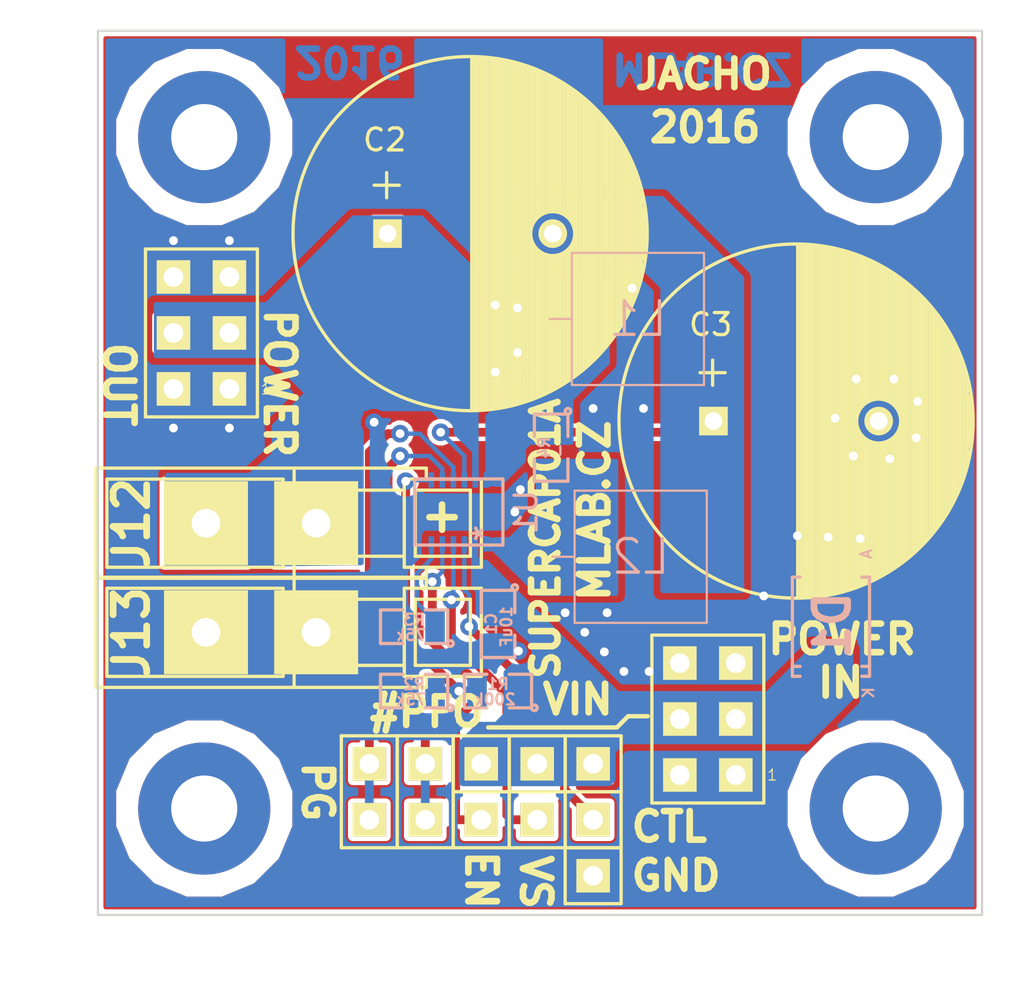
<source format=kicad_pcb>
(kicad_pcb (version 4) (host pcbnew 4.0.1-stable)

  (general
    (links 54)
    (no_connects 0)
    (area -4.191 -41.783 42.291001 2.794001)
    (thickness 1.6)
    (drawings 25)
    (tracks 180)
    (zones 0)
    (modules 28)
    (nets 14)
  )

  (page A4)
  (layers
    (0 F.Cu signal)
    (31 B.Cu signal)
    (32 B.Adhes user)
    (33 F.Adhes user)
    (34 B.Paste user)
    (35 F.Paste user)
    (36 B.SilkS user)
    (37 F.SilkS user)
    (38 B.Mask user)
    (39 F.Mask user)
    (40 Dwgs.User user)
    (41 Cmts.User user)
    (42 Eco1.User user)
    (43 Eco2.User user)
    (44 Edge.Cuts user)
    (45 Margin user)
    (46 B.CrtYd user)
    (47 F.CrtYd user)
    (48 B.Fab user)
    (49 F.Fab user)
  )

  (setup
    (last_trace_width 0.3)
    (user_trace_width 0.2)
    (user_trace_width 0.3)
    (user_trace_width 0.4)
    (user_trace_width 0.5)
    (user_trace_width 0.6)
    (trace_clearance 0.2)
    (zone_clearance 0.2)
    (zone_45_only yes)
    (trace_min 0.2)
    (segment_width 0.2)
    (edge_width 0.1)
    (via_size 0.8)
    (via_drill 0.4)
    (via_min_size 0.7)
    (via_min_drill 0.3)
    (uvia_size 0.3)
    (uvia_drill 0.1)
    (uvias_allowed no)
    (uvia_min_size 0.3)
    (uvia_min_drill 0.1)
    (pcb_text_width 0.3)
    (pcb_text_size 1.5 1.5)
    (mod_edge_width 0.15)
    (mod_text_size 1 1)
    (mod_text_width 0.15)
    (pad_size 6 6)
    (pad_drill 3)
    (pad_to_mask_clearance 0.1)
    (solder_mask_min_width 0.1)
    (aux_axis_origin 0 0)
    (visible_elements 7FFFFF7F)
    (pcbplotparams
      (layerselection 0x010e0_80000001)
      (usegerberextensions false)
      (excludeedgelayer true)
      (linewidth 0.500000)
      (plotframeref false)
      (viasonmask false)
      (mode 1)
      (useauxorigin false)
      (hpglpennumber 1)
      (hpglpenspeed 20)
      (hpglpendiameter 15)
      (hpglpenoverlay 2)
      (psnegative false)
      (psa4output false)
      (plotreference true)
      (plotvalue true)
      (plotinvisibletext false)
      (padsonsilk false)
      (subtractmaskfromsilk false)
      (outputformat 1)
      (mirror false)
      (drillshape 0)
      (scaleselection 1)
      (outputdirectory ../CAM_PROFI/))
  )

  (net 0 "")
  (net 1 /VIN)
  (net 2 GND)
  (net 3 "Net-(C2-Pad1)")
  (net 4 "Net-(C2-Pad2)")
  (net 5 /CTL)
  (net 6 /EN)
  (net 7 /VSEL)
  (net 8 /#PFO)
  (net 9 /PG)
  (net 10 "Net-(L1-Pad1)")
  (net 11 "Net-(L2-Pad1)")
  (net 12 "Net-(R1-Pad2)")
  (net 13 "Net-(R3-Pad1)")

  (net_class Default "Toto je výchozí třída sítě."
    (clearance 0.2)
    (trace_width 0.3)
    (via_dia 0.8)
    (via_drill 0.4)
    (uvia_dia 0.3)
    (uvia_drill 0.1)
    (add_net /#PFO)
    (add_net /CTL)
    (add_net /EN)
    (add_net /PG)
    (add_net /VSEL)
    (add_net GND)
    (add_net "Net-(C2-Pad1)")
    (add_net "Net-(C2-Pad2)")
    (add_net "Net-(L1-Pad1)")
    (add_net "Net-(L2-Pad1)")
    (add_net "Net-(R1-Pad2)")
    (add_net "Net-(R3-Pad1)")
  )

  (net_class Vin ""
    (clearance 0.2)
    (trace_width 0.2)
    (via_dia 0.8)
    (via_drill 0.4)
    (uvia_dia 0.3)
    (uvia_drill 0.1)
    (add_net /VIN)
  )

  (module Mlab_D:SMA_Standard (layer B.Cu) (tedit 56EFD385) (tstamp 56EBC5A6)
    (at 33.528 -13.335 270)
    (descr "Diode SMA")
    (tags "Diode SMA")
    (path /56E8111C)
    (attr smd)
    (fp_text reference D1 (at -0.0635 -0.0635 270) (layer B.SilkS)
      (effects (font (thickness 0.3048)) (justify mirror))
    )
    (fp_text value M4 (at 0 -3.81 270) (layer B.SilkS) hide
      (effects (font (thickness 0.3048)) (justify mirror))
    )
    (fp_text user A (at -3.29946 -1.6002 270) (layer B.SilkS)
      (effects (font (size 0.50038 0.50038) (thickness 0.09906)) (justify mirror))
    )
    (fp_text user K (at 2.99974 -1.69926 270) (layer B.SilkS)
      (effects (font (size 0.50038 0.50038) (thickness 0.09906)) (justify mirror))
    )
    (fp_circle (center 0 0) (end 0.20066 0.0508) (layer B.Adhes) (width 0.381))
    (fp_line (start 1.80086 -1.75006) (end 1.80086 -1.39954) (layer B.SilkS) (width 0.15))
    (fp_line (start 1.80086 1.75006) (end 1.80086 1.39954) (layer B.SilkS) (width 0.15))
    (fp_line (start 2.25044 -1.75006) (end 2.25044 -1.39954) (layer B.SilkS) (width 0.15))
    (fp_line (start -2.25044 -1.75006) (end -2.25044 -1.39954) (layer B.SilkS) (width 0.15))
    (fp_line (start -2.25044 1.75006) (end -2.25044 1.39954) (layer B.SilkS) (width 0.15))
    (fp_line (start 2.25044 1.75006) (end 2.25044 1.39954) (layer B.SilkS) (width 0.15))
    (fp_line (start -2.25044 -1.75006) (end 2.25044 -1.75006) (layer B.SilkS) (width 0.15))
    (fp_line (start -2.25044 1.75006) (end 2.25044 1.75006) (layer B.SilkS) (width 0.15))
    (pad 1 smd rect (at -1.99898 0 270) (size 2.49936 1.80086) (layers B.Cu B.Paste B.Mask)
      (net 2 GND))
    (pad 2 smd rect (at 1.99898 0 270) (size 2.49936 1.80086) (layers B.Cu B.Paste B.Mask)
      (net 1 /VIN))
    (model MLAB_3D/Diodes/SMA.wrl
      (at (xyz 0 0 0))
      (scale (xyz 0.3937 0.3937 0.3937))
      (rotate (xyz 0 0 0))
    )
  )

  (module Mlab_CON:WAGO256 (layer F.Cu) (tedit 564C6037) (tstamp 56EBD757)
    (at 7.62 -13.081)
    (descr "WAGO-Series 236, 2Stift, 1pol, RM 5mm,")
    (tags "WAGO-Series 236, 2Stift, 1pol, RM 5mm, Anreibare Leiterplattenklemme")
    (path /56EBF84C)
    (fp_text reference J13 (at -5.842 0 90) (layer F.SilkS)
      (effects (font (thickness 0.3048)))
    )
    (fp_text value CONN1_1 (at 0.254 4.064) (layer F.SilkS) hide
      (effects (font (thickness 0.3048)))
    )
    (fp_line (start 7.54 2.5) (end 7.54 2) (layer F.SilkS) (width 0.15))
    (fp_line (start 7.54 -2) (end 7.54 -2.5) (layer F.SilkS) (width 0.15))
    (fp_line (start 1.54 2.5001) (end 1.54 -2.5001) (layer F.SilkS) (width 0.15))
    (fp_line (start -7.46 2.5001) (end -7.46 -2.5001) (layer F.SilkS) (width 0.15))
    (fp_line (start 9.54 1.501) (end 9.54 -1.501) (layer F.SilkS) (width 0.15))
    (fp_line (start 7.0401 1.501) (end 7.0401 -1.501) (layer F.SilkS) (width 0.15))
    (fp_line (start 10.0401 -2) (end 10.0401 2) (layer F.SilkS) (width 0.15))
    (fp_line (start 6.54 -2) (end 6.54 2) (layer F.SilkS) (width 0.15))
    (fp_line (start 3.54 1.5001) (end 3.54 -1.5001) (layer F.SilkS) (width 0.15))
    (fp_line (start 1.0399 -2) (end 1.0399 2) (layer F.SilkS) (width 0.15))
    (fp_line (start -6.9601 2) (end -6.9601 -2) (layer F.SilkS) (width 0.15))
    (fp_line (start 1.0399 1) (end 1.54 1) (layer F.SilkS) (width 0.15))
    (fp_line (start 7.0401 1.5) (end 9.54 1.5) (layer F.SilkS) (width 0.15))
    (fp_line (start 6.54 2) (end 10.0401 2) (layer F.SilkS) (width 0.15))
    (fp_line (start 1.0399 -1) (end 1.54 -1) (layer F.SilkS) (width 0.15))
    (fp_line (start 7.0401 -1.5) (end 9.54 -1.5) (layer F.SilkS) (width 0.15))
    (fp_line (start 6.54 -2) (end 10.041 -2) (layer F.SilkS) (width 0.15))
    (fp_line (start 3.54 1.5) (end 6.54 1.5) (layer F.SilkS) (width 0.15))
    (fp_line (start -6.9601 2) (end 1.0399 2) (layer F.SilkS) (width 0.15))
    (fp_line (start 1.54 2.5) (end 7.54 2.5) (layer F.SilkS) (width 0.15))
    (fp_line (start 3.54 -1.5) (end 6.54 -1.5) (layer F.SilkS) (width 0.15))
    (fp_line (start -6.9601 -2) (end 1.0399 -2) (layer F.SilkS) (width 0.15))
    (fp_line (start 1.54 -2.5) (end 7.54 -2.5) (layer F.SilkS) (width 0.15))
    (fp_line (start 1.54 2.5) (end -7.46 2.5) (layer F.SilkS) (width 0.15))
    (fp_line (start -7.46 -2.5) (end 1.54 -2.5) (layer F.SilkS) (width 0.15))
    (pad 1 thru_hole rect (at -2.46 0 90) (size 3.81 3.81) (drill 1.3) (layers *.Cu *.Mask F.SilkS)
      (net 2 GND))
    (pad 1 thru_hole rect (at 2.54 0 90) (size 3.81 3.81) (drill 1.3) (layers *.Cu *.Mask F.SilkS)
      (net 2 GND))
  )

  (module Mlab_L:DER0705 (layer B.Cu) (tedit 56E82856) (tstamp 56EBCD8D)
    (at 24.765 -27.305 180)
    (descr "L DE1207")
    (path /56E86EF1)
    (fp_text reference L1 (at 0 0 180) (layer B.SilkS)
      (effects (font (thickness 0.15)) (justify mirror))
    )
    (fp_text value DER0705-3.3uH (at 0 -2 180) (layer B.SilkS) hide
      (effects (font (size 0 0) (thickness 0.15)) (justify mirror))
    )
    (fp_line (start -3 3) (end -3 -3) (layer B.SilkS) (width 0))
    (fp_line (start -3 -3) (end 3 -3) (layer B.SilkS) (width 0))
    (fp_line (start 3 -3) (end 3 3) (layer B.SilkS) (width 0))
    (fp_line (start 3 3) (end -3 3) (layer B.SilkS) (width 0))
    (fp_line (start 4 0) (end 3 0) (layer B.SilkS) (width 0))
    (fp_line (start 4 0) (end 4 0) (layer B.SilkS) (width 0))
    (pad 1 smd rect (at 3 0 180) (size 3 3) (layers B.Cu B.Paste B.Mask)
      (net 10 "Net-(L1-Pad1)"))
    (pad 2 smd rect (at -3 0 180) (size 3 3) (layers B.Cu B.Paste B.Mask)
      (net 4 "Net-(C2-Pad2)"))
    (model Capacitors_SMD/c_elec_10x10_5.wrl
      (at (xyz 0 0 0))
      (scale (xyz 1 1 1))
      (rotate (xyz 0 0 0))
    )
  )

  (module Mlab_L:DER0705 (layer B.Cu) (tedit 56E82856) (tstamp 56EBCD93)
    (at 24.892 -16.51 180)
    (descr "L DE1207")
    (path /56E87295)
    (fp_text reference L2 (at 0 0 180) (layer B.SilkS)
      (effects (font (thickness 0.15)) (justify mirror))
    )
    (fp_text value DER0705-3.3uH (at 0 -2 180) (layer B.SilkS) hide
      (effects (font (size 0 0) (thickness 0.15)) (justify mirror))
    )
    (fp_line (start -3 3) (end -3 -3) (layer B.SilkS) (width 0))
    (fp_line (start -3 -3) (end 3 -3) (layer B.SilkS) (width 0))
    (fp_line (start 3 -3) (end 3 3) (layer B.SilkS) (width 0))
    (fp_line (start 3 3) (end -3 3) (layer B.SilkS) (width 0))
    (fp_line (start 4 0) (end 3 0) (layer B.SilkS) (width 0))
    (fp_line (start 4 0) (end 4 0) (layer B.SilkS) (width 0))
    (pad 1 smd rect (at 3 0 180) (size 3 3) (layers B.Cu B.Paste B.Mask)
      (net 11 "Net-(L2-Pad1)"))
    (pad 2 smd rect (at -3 0 180) (size 3 3) (layers B.Cu B.Paste B.Mask)
      (net 4 "Net-(C2-Pad2)"))
    (model Capacitors_SMD/c_elec_10x10_5.wrl
      (at (xyz 0 0 0))
      (scale (xyz 1 1 1))
      (rotate (xyz 0 0 0))
    )
  )

  (module Mlab_Mechanical:MountingHole_3mm placed (layer F.Cu) (tedit 5535DB2C) (tstamp 56EBCD98)
    (at 5.08 -35.56)
    (descr "Mounting hole, Befestigungsbohrung, 3mm, No Annular, Kein Restring,")
    (tags "Mounting hole, Befestigungsbohrung, 3mm, No Annular, Kein Restring,")
    (path /56EBF2B1)
    (fp_text reference M1 (at 0 -4) (layer F.SilkS) hide
      (effects (font (thickness 0.15)))
    )
    (fp_text value HOLE (at 0 4) (layer F.SilkS) hide
      (effects (font (thickness 0.15)))
    )
    (fp_circle (center 0 0) (end 2 0) (layer Cmts.User) (width 0))
    (pad 1 thru_hole circle (at 0 0) (size 6 6) (drill 3) (layers *.Cu *.Adhes *.Mask)
      (clearance 1) (zone_connect 2))
  )

  (module Mlab_Mechanical:MountingHole_3mm placed (layer F.Cu) (tedit 5535DB2C) (tstamp 56EBCD9D)
    (at 35.56 -35.56)
    (descr "Mounting hole, Befestigungsbohrung, 3mm, No Annular, Kein Restring,")
    (tags "Mounting hole, Befestigungsbohrung, 3mm, No Annular, Kein Restring,")
    (path /56EBF563)
    (fp_text reference M2 (at 0 -4) (layer F.SilkS) hide
      (effects (font (thickness 0.15)))
    )
    (fp_text value HOLE (at 0 4) (layer F.SilkS) hide
      (effects (font (thickness 0.15)))
    )
    (fp_circle (center 0 0) (end 2 0) (layer Cmts.User) (width 0))
    (pad 1 thru_hole circle (at 0 0) (size 6 6) (drill 3) (layers *.Cu *.Adhes *.Mask)
      (clearance 1) (zone_connect 2))
  )

  (module Mlab_Mechanical:MountingHole_3mm placed (layer F.Cu) (tedit 5535DB2C) (tstamp 56EBCDA2)
    (at 35.56 -5.08)
    (descr "Mounting hole, Befestigungsbohrung, 3mm, No Annular, Kein Restring,")
    (tags "Mounting hole, Befestigungsbohrung, 3mm, No Annular, Kein Restring,")
    (path /56EBF4F9)
    (fp_text reference M3 (at 0 -4) (layer F.SilkS) hide
      (effects (font (thickness 0.15)))
    )
    (fp_text value HOLE (at 0 4) (layer F.SilkS) hide
      (effects (font (thickness 0.15)))
    )
    (fp_circle (center 0 0) (end 2 0) (layer Cmts.User) (width 0))
    (pad 1 thru_hole circle (at 0 0) (size 6 6) (drill 3) (layers *.Cu *.Adhes *.Mask)
      (clearance 1) (zone_connect 2))
  )

  (module Mlab_Mechanical:MountingHole_3mm placed (layer F.Cu) (tedit 5535DB2C) (tstamp 56EBCDA7)
    (at 5.08 -5.08)
    (descr "Mounting hole, Befestigungsbohrung, 3mm, No Annular, Kein Restring,")
    (tags "Mounting hole, Befestigungsbohrung, 3mm, No Annular, Kein Restring,")
    (path /56EBF5DC)
    (fp_text reference M4 (at 0 -4) (layer F.SilkS) hide
      (effects (font (thickness 0.15)))
    )
    (fp_text value HOLE (at 0 4) (layer F.SilkS) hide
      (effects (font (thickness 0.15)))
    )
    (fp_circle (center 0 0) (end 2 0) (layer Cmts.User) (width 0))
    (pad 1 thru_hole circle (at 0 0) (size 6 6) (drill 3) (layers *.Cu *.Adhes *.Mask)
      (clearance 1) (zone_connect 2))
  )

  (module Mlab_IO:DFN-12-1EP_3x4mm_Pitch0.5mm (layer B.Cu) (tedit 56EBC069) (tstamp 56EBCDF3)
    (at 16.637 -18.542 90)
    (descr "DE/UE Package; 12-Lead Plastic DFN (4mm x 3mm) (see Linear Technology DFN_12_05-08-1695.pdf)")
    (tags "DFN 0.5")
    (path /56E80FC2)
    (attr smd)
    (fp_text reference U1 (at 0 3.05 90) (layer B.SilkS)
      (effects (font (size 1 1) (thickness 0.15)) (justify mirror))
    )
    (fp_text value LTC3625 (at 0 -3.05 90) (layer B.Fab)
      (effects (font (size 1 1) (thickness 0.15)) (justify mirror))
    )
    (fp_text user * (at -0.9652 1.1684 90) (layer B.SilkS)
      (effects (font (size 1 1) (thickness 0.15)) (justify mirror))
    )
    (fp_line (start 1.5 2) (end 1.5 -2) (layer B.SilkS) (width 0.15))
    (fp_line (start -1.5 2) (end -1.5 -2) (layer B.SilkS) (width 0.15))
    (fp_line (start -2.05 2.3) (end -2.05 -2.3) (layer B.CrtYd) (width 0.05))
    (fp_line (start 2.05 2.3) (end 2.05 -2.3) (layer B.CrtYd) (width 0.05))
    (fp_line (start -2.05 2.3) (end 2.05 2.3) (layer B.CrtYd) (width 0.05))
    (fp_line (start -2.05 -2.3) (end 2.05 -2.3) (layer B.CrtYd) (width 0.05))
    (fp_line (start -1.5 -2) (end 1.5 -2) (layer B.SilkS) (width 0.15))
    (fp_line (start -1.5 2) (end 1.5 2) (layer B.SilkS) (width 0.15))
    (pad 1 smd rect (at -1.45 1.25 90) (size 0.7 0.25) (layers B.Cu B.Paste B.Mask)
      (net 11 "Net-(L2-Pad1)"))
    (pad 2 smd rect (at -1.45 0.75 90) (size 0.7 0.25) (layers B.Cu B.Paste B.Mask)
      (net 1 /VIN))
    (pad 3 smd rect (at -1.45 0.25 90) (size 0.7 0.25) (layers B.Cu B.Paste B.Mask)
      (net 5 /CTL))
    (pad 4 smd rect (at -1.45 -0.25 90) (size 0.7 0.25) (layers B.Cu B.Paste B.Mask)
      (net 7 /VSEL))
    (pad 5 smd rect (at -1.45 -0.75 90) (size 0.7 0.25) (layers B.Cu B.Paste B.Mask)
      (net 6 /EN))
    (pad 6 smd rect (at -1.45 -1.25 90) (size 0.7 0.25) (layers B.Cu B.Paste B.Mask)
      (net 13 "Net-(R3-Pad1)"))
    (pad 7 smd rect (at 1.45 -1.25 90) (size 0.7 0.25) (layers B.Cu B.Paste B.Mask)
      (net 12 "Net-(R1-Pad2)"))
    (pad 8 smd rect (at 1.45 -0.75 90) (size 0.7 0.25) (layers B.Cu B.Paste B.Mask)
      (net 8 /#PFO))
    (pad 9 smd rect (at 1.45 -0.25 90) (size 0.7 0.25) (layers B.Cu B.Paste B.Mask)
      (net 9 /PG))
    (pad 10 smd rect (at 1.45 0.25 90) (size 0.7 0.25) (layers B.Cu B.Paste B.Mask)
      (net 4 "Net-(C2-Pad2)"))
    (pad 11 smd rect (at 1.45 0.75 90) (size 0.7 0.25) (layers B.Cu B.Paste B.Mask)
      (net 3 "Net-(C2-Pad1)"))
    (pad 12 smd rect (at 1.45 1.25 90) (size 0.7 0.25) (layers B.Cu B.Paste B.Mask)
      (net 10 "Net-(L1-Pad1)"))
    (pad 13 smd rect (at 0.425 -1.2375 90) (size 0.85 0.825) (layers B.Cu B.Paste B.Mask)
      (net 2 GND) (solder_paste_margin_ratio -0.2))
    (pad 13 smd rect (at 0.425 -0.4125 90) (size 0.85 0.825) (layers B.Cu B.Paste B.Mask)
      (net 2 GND) (solder_paste_margin_ratio -0.2))
    (pad 13 smd rect (at 0.425 0.4125 90) (size 0.85 0.825) (layers B.Cu B.Paste B.Mask)
      (net 2 GND) (solder_paste_margin_ratio -0.2))
    (pad 13 smd rect (at 0.425 1.2375 90) (size 0.85 0.825) (layers B.Cu B.Paste B.Mask)
      (net 2 GND) (solder_paste_margin_ratio -0.2))
    (pad 13 smd rect (at -0.425 -1.2375 90) (size 0.85 0.825) (layers B.Cu B.Paste B.Mask)
      (net 2 GND) (solder_paste_margin_ratio -0.2))
    (pad 13 smd rect (at -0.425 -0.4125 90) (size 0.85 0.825) (layers B.Cu B.Paste B.Mask)
      (net 2 GND) (solder_paste_margin_ratio -0.2))
    (pad 13 smd rect (at -0.425 0.4125 90) (size 0.85 0.825) (layers B.Cu B.Paste B.Mask)
      (net 2 GND) (solder_paste_margin_ratio -0.2))
    (pad 13 smd rect (at -0.425 1.2375 90) (size 0.85 0.825) (layers B.Cu B.Paste B.Mask)
      (net 2 GND) (solder_paste_margin_ratio -0.2))
    (model Housings_DFN_QFN.3dshapes/DFN-12-1EP_3x4mm_Pitch0.5mm.wrl
      (at (xyz 0 0 0))
      (scale (xyz 1 1 1))
      (rotate (xyz 0 0 0))
    )
  )

  (module Mlab_R:SMD-0805 (layer B.Cu) (tedit 54799E0C) (tstamp 56EBC728)
    (at 18.415 -13.462 270)
    (path /56E8119A)
    (attr smd)
    (fp_text reference C1 (at 0 0.3175 270) (layer B.SilkS)
      (effects (font (size 0.50038 0.50038) (thickness 0.10922)) (justify mirror))
    )
    (fp_text value 10uF (at 0.127 -0.381 270) (layer B.SilkS)
      (effects (font (size 0.50038 0.50038) (thickness 0.10922)) (justify mirror))
    )
    (fp_circle (center -1.651 -0.762) (end -1.651 -0.635) (layer B.SilkS) (width 0.15))
    (fp_line (start -0.508 -0.762) (end -1.524 -0.762) (layer B.SilkS) (width 0.15))
    (fp_line (start -1.524 -0.762) (end -1.524 0.762) (layer B.SilkS) (width 0.15))
    (fp_line (start -1.524 0.762) (end -0.508 0.762) (layer B.SilkS) (width 0.15))
    (fp_line (start 0.508 0.762) (end 1.524 0.762) (layer B.SilkS) (width 0.15))
    (fp_line (start 1.524 0.762) (end 1.524 -0.762) (layer B.SilkS) (width 0.15))
    (fp_line (start 1.524 -0.762) (end 0.508 -0.762) (layer B.SilkS) (width 0.15))
    (pad 1 smd rect (at -0.9525 0 270) (size 0.889 1.397) (layers B.Cu B.Paste B.Mask)
      (net 1 /VIN))
    (pad 2 smd rect (at 0.9525 0 270) (size 0.889 1.397) (layers B.Cu B.Paste B.Mask)
      (net 2 GND))
    (model MLAB_3D/Resistors/chip_cms.wrl
      (at (xyz 0 0 0))
      (scale (xyz 0.1 0.1 0.1))
      (rotate (xyz 0 0 0))
    )
  )

  (module Mlab_R:SMD-0805 (layer B.Cu) (tedit 54799E0C) (tstamp 56EBC735)
    (at 18.415 -10.414 180)
    (path /56E85082)
    (attr smd)
    (fp_text reference R1 (at 0 0.3175 180) (layer B.SilkS)
      (effects (font (size 0.50038 0.50038) (thickness 0.10922)) (justify mirror))
    )
    (fp_text value 200k (at 0.127 -0.381 180) (layer B.SilkS)
      (effects (font (size 0.50038 0.50038) (thickness 0.10922)) (justify mirror))
    )
    (fp_circle (center -1.651 -0.762) (end -1.651 -0.635) (layer B.SilkS) (width 0.15))
    (fp_line (start -0.508 -0.762) (end -1.524 -0.762) (layer B.SilkS) (width 0.15))
    (fp_line (start -1.524 -0.762) (end -1.524 0.762) (layer B.SilkS) (width 0.15))
    (fp_line (start -1.524 0.762) (end -0.508 0.762) (layer B.SilkS) (width 0.15))
    (fp_line (start 0.508 0.762) (end 1.524 0.762) (layer B.SilkS) (width 0.15))
    (fp_line (start 1.524 0.762) (end 1.524 -0.762) (layer B.SilkS) (width 0.15))
    (fp_line (start 1.524 -0.762) (end 0.508 -0.762) (layer B.SilkS) (width 0.15))
    (pad 1 smd rect (at -0.9525 0 180) (size 0.889 1.397) (layers B.Cu B.Paste B.Mask)
      (net 1 /VIN))
    (pad 2 smd rect (at 0.9525 0 180) (size 0.889 1.397) (layers B.Cu B.Paste B.Mask)
      (net 12 "Net-(R1-Pad2)"))
    (model MLAB_3D/Resistors/chip_cms.wrl
      (at (xyz 0 0 0))
      (scale (xyz 0.1 0.1 0.1))
      (rotate (xyz 0 0 0))
    )
  )

  (module Mlab_R:SMD-0805 (layer B.Cu) (tedit 54799E0C) (tstamp 56EBC742)
    (at 14.605 -10.414 180)
    (path /56E84F85)
    (attr smd)
    (fp_text reference R2 (at 0 0.3175 180) (layer B.SilkS)
      (effects (font (size 0.50038 0.50038) (thickness 0.10922)) (justify mirror))
    )
    (fp_text value 75k (at 0.127 -0.381 180) (layer B.SilkS)
      (effects (font (size 0.50038 0.50038) (thickness 0.10922)) (justify mirror))
    )
    (fp_circle (center -1.651 -0.762) (end -1.651 -0.635) (layer B.SilkS) (width 0.15))
    (fp_line (start -0.508 -0.762) (end -1.524 -0.762) (layer B.SilkS) (width 0.15))
    (fp_line (start -1.524 -0.762) (end -1.524 0.762) (layer B.SilkS) (width 0.15))
    (fp_line (start -1.524 0.762) (end -0.508 0.762) (layer B.SilkS) (width 0.15))
    (fp_line (start 0.508 0.762) (end 1.524 0.762) (layer B.SilkS) (width 0.15))
    (fp_line (start 1.524 0.762) (end 1.524 -0.762) (layer B.SilkS) (width 0.15))
    (fp_line (start 1.524 -0.762) (end 0.508 -0.762) (layer B.SilkS) (width 0.15))
    (pad 1 smd rect (at -0.9525 0 180) (size 0.889 1.397) (layers B.Cu B.Paste B.Mask)
      (net 12 "Net-(R1-Pad2)"))
    (pad 2 smd rect (at 0.9525 0 180) (size 0.889 1.397) (layers B.Cu B.Paste B.Mask)
      (net 2 GND))
    (model MLAB_3D/Resistors/chip_cms.wrl
      (at (xyz 0 0 0))
      (scale (xyz 0.1 0.1 0.1))
      (rotate (xyz 0 0 0))
    )
  )

  (module Mlab_R:SMD-0805 (layer B.Cu) (tedit 54799E0C) (tstamp 56EBC74F)
    (at 14.605 -13.335 180)
    (path /56E85E42)
    (attr smd)
    (fp_text reference R3 (at 0 0.3175 180) (layer B.SilkS)
      (effects (font (size 0.50038 0.50038) (thickness 0.10922)) (justify mirror))
    )
    (fp_text value 75k (at 0.127 -0.381 180) (layer B.SilkS)
      (effects (font (size 0.50038 0.50038) (thickness 0.10922)) (justify mirror))
    )
    (fp_circle (center -1.651 -0.762) (end -1.651 -0.635) (layer B.SilkS) (width 0.15))
    (fp_line (start -0.508 -0.762) (end -1.524 -0.762) (layer B.SilkS) (width 0.15))
    (fp_line (start -1.524 -0.762) (end -1.524 0.762) (layer B.SilkS) (width 0.15))
    (fp_line (start -1.524 0.762) (end -0.508 0.762) (layer B.SilkS) (width 0.15))
    (fp_line (start 0.508 0.762) (end 1.524 0.762) (layer B.SilkS) (width 0.15))
    (fp_line (start 1.524 0.762) (end 1.524 -0.762) (layer B.SilkS) (width 0.15))
    (fp_line (start 1.524 -0.762) (end 0.508 -0.762) (layer B.SilkS) (width 0.15))
    (pad 1 smd rect (at -0.9525 0 180) (size 0.889 1.397) (layers B.Cu B.Paste B.Mask)
      (net 13 "Net-(R3-Pad1)"))
    (pad 2 smd rect (at 0.9525 0 180) (size 0.889 1.397) (layers B.Cu B.Paste B.Mask)
      (net 2 GND))
    (model MLAB_3D/Resistors/chip_cms.wrl
      (at (xyz 0 0 0))
      (scale (xyz 0.1 0.1 0.1))
      (rotate (xyz 0 0 0))
    )
  )

  (module Mlab_R:SMD-0805 (layer B.Cu) (tedit 54799E0C) (tstamp 56EBC75C)
    (at 20.828 -21.463 270)
    (path /56E8835F)
    (attr smd)
    (fp_text reference R4 (at 0 0.3175 270) (layer B.SilkS)
      (effects (font (size 0.50038 0.50038) (thickness 0.10922)) (justify mirror))
    )
    (fp_text value - (at 0.127 -0.381 270) (layer B.SilkS)
      (effects (font (size 0.50038 0.50038) (thickness 0.10922)) (justify mirror))
    )
    (fp_circle (center -1.651 -0.762) (end -1.651 -0.635) (layer B.SilkS) (width 0.15))
    (fp_line (start -0.508 -0.762) (end -1.524 -0.762) (layer B.SilkS) (width 0.15))
    (fp_line (start -1.524 -0.762) (end -1.524 0.762) (layer B.SilkS) (width 0.15))
    (fp_line (start -1.524 0.762) (end -0.508 0.762) (layer B.SilkS) (width 0.15))
    (fp_line (start 0.508 0.762) (end 1.524 0.762) (layer B.SilkS) (width 0.15))
    (fp_line (start 1.524 0.762) (end 1.524 -0.762) (layer B.SilkS) (width 0.15))
    (fp_line (start 1.524 -0.762) (end 0.508 -0.762) (layer B.SilkS) (width 0.15))
    (pad 1 smd rect (at -0.9525 0 270) (size 0.889 1.397) (layers B.Cu B.Paste B.Mask)
      (net 10 "Net-(L1-Pad1)"))
    (pad 2 smd rect (at 0.9525 0 270) (size 0.889 1.397) (layers B.Cu B.Paste B.Mask)
      (net 11 "Net-(L2-Pad1)"))
    (model MLAB_3D/Resistors/chip_cms.wrl
      (at (xyz 0 0 0))
      (scale (xyz 0.1 0.1 0.1))
      (rotate (xyz 0 0 0))
    )
  )

  (module Mlab_Pin_Headers:Straight_2x01 (layer F.Cu) (tedit 5545E8D2) (tstamp 56EBCA7F)
    (at 15.113 -5.842 90)
    (descr "pin header straight 2x01")
    (tags "pin header straight 2x01")
    (path /56E8A378)
    (fp_text reference J9 (at 0 -2.54 90) (layer F.SilkS) hide
      (effects (font (size 1.5 1.5) (thickness 0.15)))
    )
    (fp_text value JUMP_2x1 (at 0 2.54 90) (layer F.SilkS) hide
      (effects (font (size 1.5 1.5) (thickness 0.15)))
    )
    (fp_line (start -2.54 -1.27) (end 2.54 -1.27) (layer F.SilkS) (width 0.15))
    (fp_line (start 2.54 -1.27) (end 2.54 1.27) (layer F.SilkS) (width 0.15))
    (fp_line (start 2.54 1.27) (end -2.54 1.27) (layer F.SilkS) (width 0.15))
    (fp_line (start -2.54 1.27) (end -2.54 -1.27) (layer F.SilkS) (width 0.15))
    (pad 1 thru_hole rect (at -1.27 0 90) (size 1.524 1.524) (drill 0.889) (layers *.Cu *.Mask F.SilkS)
      (net 8 /#PFO))
    (pad 2 thru_hole rect (at 1.27 0 90) (size 1.524 1.524) (drill 0.889) (layers *.Cu *.Mask F.SilkS)
      (net 8 /#PFO))
    (model Pin_Headers/Pin_Header_Straight_2x01.wrl
      (at (xyz 0 0 0))
      (scale (xyz 1 1 1))
      (rotate (xyz 0 0 90))
    )
  )

  (module Mlab_Pin_Headers:Straight_2x01 (layer F.Cu) (tedit 5545E8D2) (tstamp 56EBCA89)
    (at 12.573 -5.842 90)
    (descr "pin header straight 2x01")
    (tags "pin header straight 2x01")
    (path /56E8A461)
    (fp_text reference J10 (at 0 -2.54 90) (layer F.SilkS) hide
      (effects (font (size 1.5 1.5) (thickness 0.15)))
    )
    (fp_text value JUMP_2x1 (at 0 2.54 90) (layer F.SilkS) hide
      (effects (font (size 1.5 1.5) (thickness 0.15)))
    )
    (fp_line (start -2.54 -1.27) (end 2.54 -1.27) (layer F.SilkS) (width 0.15))
    (fp_line (start 2.54 -1.27) (end 2.54 1.27) (layer F.SilkS) (width 0.15))
    (fp_line (start 2.54 1.27) (end -2.54 1.27) (layer F.SilkS) (width 0.15))
    (fp_line (start -2.54 1.27) (end -2.54 -1.27) (layer F.SilkS) (width 0.15))
    (pad 1 thru_hole rect (at -1.27 0 90) (size 1.524 1.524) (drill 0.889) (layers *.Cu *.Mask F.SilkS)
      (net 9 /PG))
    (pad 2 thru_hole rect (at 1.27 0 90) (size 1.524 1.524) (drill 0.889) (layers *.Cu *.Mask F.SilkS)
      (net 9 /PG))
    (model Pin_Headers/Pin_Header_Straight_2x01.wrl
      (at (xyz 0 0 0))
      (scale (xyz 1 1 1))
      (rotate (xyz 0 0 90))
    )
  )

  (module Mlab_CON:WAGO256 (layer F.Cu) (tedit 564C6037) (tstamp 56EBD738)
    (at 7.62 -18.034)
    (descr "WAGO-Series 236, 2Stift, 1pol, RM 5mm,")
    (tags "WAGO-Series 236, 2Stift, 1pol, RM 5mm, Anreibare Leiterplattenklemme")
    (path /56EBF31C)
    (fp_text reference J12 (at -5.842 0 90) (layer F.SilkS)
      (effects (font (thickness 0.3048)))
    )
    (fp_text value CONN1_1 (at 0.254 4.064) (layer F.SilkS) hide
      (effects (font (thickness 0.3048)))
    )
    (fp_line (start 7.54 2.5) (end 7.54 2) (layer F.SilkS) (width 0.15))
    (fp_line (start 7.54 -2) (end 7.54 -2.5) (layer F.SilkS) (width 0.15))
    (fp_line (start 1.54 2.5001) (end 1.54 -2.5001) (layer F.SilkS) (width 0.15))
    (fp_line (start -7.46 2.5001) (end -7.46 -2.5001) (layer F.SilkS) (width 0.15))
    (fp_line (start 9.54 1.501) (end 9.54 -1.501) (layer F.SilkS) (width 0.15))
    (fp_line (start 7.0401 1.501) (end 7.0401 -1.501) (layer F.SilkS) (width 0.15))
    (fp_line (start 10.0401 -2) (end 10.0401 2) (layer F.SilkS) (width 0.15))
    (fp_line (start 6.54 -2) (end 6.54 2) (layer F.SilkS) (width 0.15))
    (fp_line (start 3.54 1.5001) (end 3.54 -1.5001) (layer F.SilkS) (width 0.15))
    (fp_line (start 1.0399 -2) (end 1.0399 2) (layer F.SilkS) (width 0.15))
    (fp_line (start -6.9601 2) (end -6.9601 -2) (layer F.SilkS) (width 0.15))
    (fp_line (start 1.0399 1) (end 1.54 1) (layer F.SilkS) (width 0.15))
    (fp_line (start 7.0401 1.5) (end 9.54 1.5) (layer F.SilkS) (width 0.15))
    (fp_line (start 6.54 2) (end 10.0401 2) (layer F.SilkS) (width 0.15))
    (fp_line (start 1.0399 -1) (end 1.54 -1) (layer F.SilkS) (width 0.15))
    (fp_line (start 7.0401 -1.5) (end 9.54 -1.5) (layer F.SilkS) (width 0.15))
    (fp_line (start 6.54 -2) (end 10.041 -2) (layer F.SilkS) (width 0.15))
    (fp_line (start 3.54 1.5) (end 6.54 1.5) (layer F.SilkS) (width 0.15))
    (fp_line (start -6.9601 2) (end 1.0399 2) (layer F.SilkS) (width 0.15))
    (fp_line (start 1.54 2.5) (end 7.54 2.5) (layer F.SilkS) (width 0.15))
    (fp_line (start 3.54 -1.5) (end 6.54 -1.5) (layer F.SilkS) (width 0.15))
    (fp_line (start -6.9601 -2) (end 1.0399 -2) (layer F.SilkS) (width 0.15))
    (fp_line (start 1.54 -2.5) (end 7.54 -2.5) (layer F.SilkS) (width 0.15))
    (fp_line (start 1.54 2.5) (end -7.46 2.5) (layer F.SilkS) (width 0.15))
    (fp_line (start -7.46 -2.5) (end 1.54 -2.5) (layer F.SilkS) (width 0.15))
    (pad 1 thru_hole rect (at -2.46 0 90) (size 3.81 3.81) (drill 1.3) (layers *.Cu *.Mask F.SilkS)
      (net 3 "Net-(C2-Pad1)"))
    (pad 1 thru_hole rect (at 2.54 0 90) (size 3.81 3.81) (drill 1.3) (layers *.Cu *.Mask F.SilkS)
      (net 3 "Net-(C2-Pad1)"))
  )

  (module Mlab_Pin_Headers:Straight_1x01 (layer F.Cu) (tedit 56EBDE01) (tstamp 56EBDECE)
    (at 17.653 -4.572)
    (descr "pin header straight 1x01")
    (tags "pin header straight 1x01")
    (path /56E82602)
    (fp_text reference J6 (at 0 -2.54) (layer F.SilkS) hide
      (effects (font (size 1.5 1.5) (thickness 0.15)))
    )
    (fp_text value CONN1_1 (at 0 2.54) (layer F.SilkS) hide
      (effects (font (size 1.5 1.5) (thickness 0.15)))
    )
    (fp_text user 1 (at -1.651 0) (layer F.SilkS) hide
      (effects (font (size 0.5 0.5) (thickness 0.05)))
    )
    (fp_line (start -1.27 -1.27) (end 1.27 -1.27) (layer F.SilkS) (width 0.15))
    (fp_line (start 1.27 -1.27) (end 1.27 1.27) (layer F.SilkS) (width 0.15))
    (fp_line (start 1.27 1.27) (end -1.27 1.27) (layer F.SilkS) (width 0.15))
    (fp_line (start -1.27 1.27) (end -1.27 -1.27) (layer F.SilkS) (width 0.15))
    (pad 1 thru_hole rect (at 0 0) (size 1.524 1.524) (drill 0.889) (layers *.Cu *.Mask F.SilkS)
      (net 6 /EN))
    (model Pin_Headers/Pin_Header_Straight_1x01.wrl
      (at (xyz 0 0 0))
      (scale (xyz 1 1 1))
      (rotate (xyz 0 0 90))
    )
  )

  (module Mlab_Pin_Headers:Straight_1x01 (layer F.Cu) (tedit 56EBDE01) (tstamp 56EBDF90)
    (at 22.733 -7.112)
    (descr "pin header straight 1x01")
    (tags "pin header straight 1x01")
    (path /56E826DF)
    (fp_text reference J2 (at 0 -2.54) (layer F.SilkS) hide
      (effects (font (size 1.5 1.5) (thickness 0.15)))
    )
    (fp_text value CONN1_1 (at 0 2.54) (layer F.SilkS) hide
      (effects (font (size 1.5 1.5) (thickness 0.15)))
    )
    (fp_text user 1 (at -1.651 0) (layer F.SilkS) hide
      (effects (font (size 0.5 0.5) (thickness 0.05)))
    )
    (fp_line (start -1.27 -1.27) (end 1.27 -1.27) (layer F.SilkS) (width 0.15))
    (fp_line (start 1.27 -1.27) (end 1.27 1.27) (layer F.SilkS) (width 0.15))
    (fp_line (start 1.27 1.27) (end -1.27 1.27) (layer F.SilkS) (width 0.15))
    (fp_line (start -1.27 1.27) (end -1.27 -1.27) (layer F.SilkS) (width 0.15))
    (pad 1 thru_hole rect (at 0 0) (size 1.524 1.524) (drill 0.889) (layers *.Cu *.Mask F.SilkS)
      (net 1 /VIN))
    (model Pin_Headers/Pin_Header_Straight_1x01.wrl
      (at (xyz 0 0 0))
      (scale (xyz 1 1 1))
      (rotate (xyz 0 0 90))
    )
  )

  (module Mlab_Pin_Headers:Straight_1x01 (layer F.Cu) (tedit 56EBDE01) (tstamp 56EBDF9A)
    (at 22.733 -4.572)
    (descr "pin header straight 1x01")
    (tags "pin header straight 1x01")
    (path /56E8268B)
    (fp_text reference J3 (at 0 -2.54) (layer F.SilkS) hide
      (effects (font (size 1.5 1.5) (thickness 0.15)))
    )
    (fp_text value CONN1_1 (at 0 2.54) (layer F.SilkS) hide
      (effects (font (size 1.5 1.5) (thickness 0.15)))
    )
    (fp_text user 1 (at -1.651 0) (layer F.SilkS) hide
      (effects (font (size 0.5 0.5) (thickness 0.05)))
    )
    (fp_line (start -1.27 -1.27) (end 1.27 -1.27) (layer F.SilkS) (width 0.15))
    (fp_line (start 1.27 -1.27) (end 1.27 1.27) (layer F.SilkS) (width 0.15))
    (fp_line (start 1.27 1.27) (end -1.27 1.27) (layer F.SilkS) (width 0.15))
    (fp_line (start -1.27 1.27) (end -1.27 -1.27) (layer F.SilkS) (width 0.15))
    (pad 1 thru_hole rect (at 0 0) (size 1.524 1.524) (drill 0.889) (layers *.Cu *.Mask F.SilkS)
      (net 5 /CTL))
    (model Pin_Headers/Pin_Header_Straight_1x01.wrl
      (at (xyz 0 0 0))
      (scale (xyz 1 1 1))
      (rotate (xyz 0 0 90))
    )
  )

  (module Mlab_Pin_Headers:Straight_1x01 (layer F.Cu) (tedit 56EBDE01) (tstamp 56EBDFA4)
    (at 22.733 -2.032)
    (descr "pin header straight 1x01")
    (tags "pin header straight 1x01")
    (path /56E82A16)
    (fp_text reference J4 (at 0 -2.54) (layer F.SilkS) hide
      (effects (font (size 1.5 1.5) (thickness 0.15)))
    )
    (fp_text value CONN1_1 (at 0 2.54) (layer F.SilkS) hide
      (effects (font (size 1.5 1.5) (thickness 0.15)))
    )
    (fp_text user 1 (at -1.651 0) (layer F.SilkS) hide
      (effects (font (size 0.5 0.5) (thickness 0.05)))
    )
    (fp_line (start -1.27 -1.27) (end 1.27 -1.27) (layer F.SilkS) (width 0.15))
    (fp_line (start 1.27 -1.27) (end 1.27 1.27) (layer F.SilkS) (width 0.15))
    (fp_line (start 1.27 1.27) (end -1.27 1.27) (layer F.SilkS) (width 0.15))
    (fp_line (start -1.27 1.27) (end -1.27 -1.27) (layer F.SilkS) (width 0.15))
    (pad 1 thru_hole rect (at 0 0) (size 1.524 1.524) (drill 0.889) (layers *.Cu *.Mask F.SilkS)
      (net 2 GND))
    (model Pin_Headers/Pin_Header_Straight_1x01.wrl
      (at (xyz 0 0 0))
      (scale (xyz 1 1 1))
      (rotate (xyz 0 0 90))
    )
  )

  (module Mlab_Pin_Headers:Straight_1x01 (layer F.Cu) (tedit 56EBDE01) (tstamp 56EBDFAE)
    (at 17.653 -7.112)
    (descr "pin header straight 1x01")
    (tags "pin header straight 1x01")
    (path /56E82658)
    (fp_text reference J5 (at 0 -2.54) (layer F.SilkS) hide
      (effects (font (size 1.5 1.5) (thickness 0.15)))
    )
    (fp_text value CONN1_1 (at 0 2.54) (layer F.SilkS) hide
      (effects (font (size 1.5 1.5) (thickness 0.15)))
    )
    (fp_text user 1 (at -1.651 0) (layer F.SilkS) hide
      (effects (font (size 0.5 0.5) (thickness 0.05)))
    )
    (fp_line (start -1.27 -1.27) (end 1.27 -1.27) (layer F.SilkS) (width 0.15))
    (fp_line (start 1.27 -1.27) (end 1.27 1.27) (layer F.SilkS) (width 0.15))
    (fp_line (start 1.27 1.27) (end -1.27 1.27) (layer F.SilkS) (width 0.15))
    (fp_line (start -1.27 1.27) (end -1.27 -1.27) (layer F.SilkS) (width 0.15))
    (pad 1 thru_hole rect (at 0 0) (size 1.524 1.524) (drill 0.889) (layers *.Cu *.Mask F.SilkS)
      (net 1 /VIN))
    (model Pin_Headers/Pin_Header_Straight_1x01.wrl
      (at (xyz 0 0 0))
      (scale (xyz 1 1 1))
      (rotate (xyz 0 0 90))
    )
  )

  (module Mlab_Pin_Headers:Straight_1x01 (layer F.Cu) (tedit 56EBDE01) (tstamp 56EBDFB8)
    (at 20.193 -7.112)
    (descr "pin header straight 1x01")
    (tags "pin header straight 1x01")
    (path /56E82318)
    (fp_text reference J7 (at 0 -2.54) (layer F.SilkS) hide
      (effects (font (size 1.5 1.5) (thickness 0.15)))
    )
    (fp_text value CONN1_1 (at 0 2.54) (layer F.SilkS) hide
      (effects (font (size 1.5 1.5) (thickness 0.15)))
    )
    (fp_text user 1 (at -1.651 0) (layer F.SilkS) hide
      (effects (font (size 0.5 0.5) (thickness 0.05)))
    )
    (fp_line (start -1.27 -1.27) (end 1.27 -1.27) (layer F.SilkS) (width 0.15))
    (fp_line (start 1.27 -1.27) (end 1.27 1.27) (layer F.SilkS) (width 0.15))
    (fp_line (start 1.27 1.27) (end -1.27 1.27) (layer F.SilkS) (width 0.15))
    (fp_line (start -1.27 1.27) (end -1.27 -1.27) (layer F.SilkS) (width 0.15))
    (pad 1 thru_hole rect (at 0 0) (size 1.524 1.524) (drill 0.889) (layers *.Cu *.Mask F.SilkS)
      (net 1 /VIN))
    (model Pin_Headers/Pin_Header_Straight_1x01.wrl
      (at (xyz 0 0 0))
      (scale (xyz 1 1 1))
      (rotate (xyz 0 0 90))
    )
  )

  (module Mlab_Pin_Headers:Straight_1x01 (layer F.Cu) (tedit 56EBDE01) (tstamp 56EBDFC2)
    (at 20.193 -4.572)
    (descr "pin header straight 1x01")
    (tags "pin header straight 1x01")
    (path /56E825AE)
    (fp_text reference J8 (at 0 -2.54) (layer F.SilkS) hide
      (effects (font (size 1.5 1.5) (thickness 0.15)))
    )
    (fp_text value CONN1_1 (at 0 2.54) (layer F.SilkS) hide
      (effects (font (size 1.5 1.5) (thickness 0.15)))
    )
    (fp_text user 1 (at -1.651 0) (layer F.SilkS) hide
      (effects (font (size 0.5 0.5) (thickness 0.05)))
    )
    (fp_line (start -1.27 -1.27) (end 1.27 -1.27) (layer F.SilkS) (width 0.15))
    (fp_line (start 1.27 -1.27) (end 1.27 1.27) (layer F.SilkS) (width 0.15))
    (fp_line (start 1.27 1.27) (end -1.27 1.27) (layer F.SilkS) (width 0.15))
    (fp_line (start -1.27 1.27) (end -1.27 -1.27) (layer F.SilkS) (width 0.15))
    (pad 1 thru_hole rect (at 0 0) (size 1.524 1.524) (drill 0.889) (layers *.Cu *.Mask F.SilkS)
      (net 7 /VSEL))
    (model Pin_Headers/Pin_Header_Straight_1x01.wrl
      (at (xyz 0 0 0))
      (scale (xyz 1 1 1))
      (rotate (xyz 0 0 90))
    )
  )

  (module Mlab_Pin_Headers:Straight_2x03 (layer F.Cu) (tedit 55DC1460) (tstamp 56EBE205)
    (at 27.94 -9.144 180)
    (descr "pin header straight 2x03")
    (tags "pin header straight 2x03")
    (path /56E81073)
    (fp_text reference J1 (at 0 -5.08 180) (layer F.SilkS) hide
      (effects (font (size 1.5 1.5) (thickness 0.15)))
    )
    (fp_text value JUMP_3X2 (at 0 5.08 180) (layer F.SilkS) hide
      (effects (font (size 1.5 1.5) (thickness 0.15)))
    )
    (fp_text user 1 (at -2.921 -2.54 180) (layer F.SilkS)
      (effects (font (size 0.5 0.5) (thickness 0.05)))
    )
    (fp_line (start -2.54 -3.81) (end 2.54 -3.81) (layer F.SilkS) (width 0.15))
    (fp_line (start 2.54 -3.81) (end 2.54 3.81) (layer F.SilkS) (width 0.15))
    (fp_line (start 2.54 3.81) (end -2.54 3.81) (layer F.SilkS) (width 0.15))
    (fp_line (start -2.54 3.81) (end -2.54 -3.81) (layer F.SilkS) (width 0.15))
    (pad 1 thru_hole rect (at -1.27 -2.54 180) (size 1.524 1.524) (drill 0.889) (layers *.Cu *.Mask F.SilkS)
      (net 2 GND))
    (pad 2 thru_hole rect (at 1.27 -2.54 180) (size 1.524 1.524) (drill 0.889) (layers *.Cu *.Mask F.SilkS)
      (net 2 GND))
    (pad 3 thru_hole rect (at -1.27 0 180) (size 1.524 1.524) (drill 0.889) (layers *.Cu *.Mask F.SilkS)
      (net 1 /VIN))
    (pad 4 thru_hole rect (at 1.27 0 180) (size 1.524 1.524) (drill 0.889) (layers *.Cu *.Mask F.SilkS)
      (net 1 /VIN))
    (pad 5 thru_hole rect (at -1.27 2.54 180) (size 1.524 1.524) (drill 0.889) (layers *.Cu *.Mask F.SilkS)
      (net 2 GND))
    (pad 6 thru_hole rect (at 1.27 2.54 180) (size 1.524 1.524) (drill 0.889) (layers *.Cu *.Mask F.SilkS)
      (net 2 GND))
    (model Pin_Headers/Pin_Header_Straight_2x03.wrl
      (at (xyz 0 0 0))
      (scale (xyz 1 1 1))
      (rotate (xyz 0 0 90))
    )
  )

  (module Mlab_Pin_Headers:Straight_2x03 (layer F.Cu) (tedit 55DC1460) (tstamp 56EBE214)
    (at 4.953 -26.67 180)
    (descr "pin header straight 2x03")
    (tags "pin header straight 2x03")
    (path /56E8C89C)
    (fp_text reference J11 (at 0 -5.08 180) (layer F.SilkS) hide
      (effects (font (size 1.5 1.5) (thickness 0.15)))
    )
    (fp_text value JUMP_3X2 (at 0 5.08 180) (layer F.SilkS) hide
      (effects (font (size 1.5 1.5) (thickness 0.15)))
    )
    (fp_text user 1 (at -2.921 -2.54 180) (layer F.SilkS)
      (effects (font (size 0.5 0.5) (thickness 0.05)))
    )
    (fp_line (start -2.54 -3.81) (end 2.54 -3.81) (layer F.SilkS) (width 0.15))
    (fp_line (start 2.54 -3.81) (end 2.54 3.81) (layer F.SilkS) (width 0.15))
    (fp_line (start 2.54 3.81) (end -2.54 3.81) (layer F.SilkS) (width 0.15))
    (fp_line (start -2.54 3.81) (end -2.54 -3.81) (layer F.SilkS) (width 0.15))
    (pad 1 thru_hole rect (at -1.27 -2.54 180) (size 1.524 1.524) (drill 0.889) (layers *.Cu *.Mask F.SilkS)
      (net 2 GND))
    (pad 2 thru_hole rect (at 1.27 -2.54 180) (size 1.524 1.524) (drill 0.889) (layers *.Cu *.Mask F.SilkS)
      (net 2 GND))
    (pad 3 thru_hole rect (at -1.27 0 180) (size 1.524 1.524) (drill 0.889) (layers *.Cu *.Mask F.SilkS)
      (net 3 "Net-(C2-Pad1)"))
    (pad 4 thru_hole rect (at 1.27 0 180) (size 1.524 1.524) (drill 0.889) (layers *.Cu *.Mask F.SilkS)
      (net 3 "Net-(C2-Pad1)"))
    (pad 5 thru_hole rect (at -1.27 2.54 180) (size 1.524 1.524) (drill 0.889) (layers *.Cu *.Mask F.SilkS)
      (net 2 GND))
    (pad 6 thru_hole rect (at 1.27 2.54 180) (size 1.524 1.524) (drill 0.889) (layers *.Cu *.Mask F.SilkS)
      (net 2 GND))
    (model Pin_Headers/Pin_Header_Straight_2x03.wrl
      (at (xyz 0 0 0))
      (scale (xyz 1 1 1))
      (rotate (xyz 0 0 90))
    )
  )

  (module Mlab_C:C_Radial_D16_L25_P7.5 (layer F.Cu) (tedit 56EFD084) (tstamp 56EFD402)
    (at 13.3985 -31.1785)
    (descr "Radial Electrolytic Capacitor Diameter 16mm x Length 25mm, Pitch 7.5mm")
    (tags "Electrolytic Capacitor")
    (path /56E875AF)
    (fp_text reference C2 (at -0.127 -4.2545) (layer F.SilkS)
      (effects (font (size 1 1) (thickness 0.15)))
    )
    (fp_text value 22F (at 3.75 9.3) (layer F.Fab)
      (effects (font (size 1 1) (thickness 0.15)))
    )
    (fp_text user + (at -0.0381 -2.3114) (layer F.SilkS)
      (effects (font (size 1.5 1.5) (thickness 0.15)))
    )
    (fp_line (start 3.825 -8) (end 3.825 8) (layer F.SilkS) (width 0.15))
    (fp_line (start 3.965 -7.997) (end 3.965 7.997) (layer F.SilkS) (width 0.15))
    (fp_line (start 4.105 -7.992) (end 4.105 7.992) (layer F.SilkS) (width 0.15))
    (fp_line (start 4.245 -7.985) (end 4.245 7.985) (layer F.SilkS) (width 0.15))
    (fp_line (start 4.385 -7.975) (end 4.385 7.975) (layer F.SilkS) (width 0.15))
    (fp_line (start 4.525 -7.962) (end 4.525 7.962) (layer F.SilkS) (width 0.15))
    (fp_line (start 4.665 -7.948) (end 4.665 7.948) (layer F.SilkS) (width 0.15))
    (fp_line (start 4.805 -7.93) (end 4.805 7.93) (layer F.SilkS) (width 0.15))
    (fp_line (start 4.945 -7.91) (end 4.945 7.91) (layer F.SilkS) (width 0.15))
    (fp_line (start 5.085 -7.888) (end 5.085 7.888) (layer F.SilkS) (width 0.15))
    (fp_line (start 5.225 -7.863) (end 5.225 7.863) (layer F.SilkS) (width 0.15))
    (fp_line (start 5.365 -7.835) (end 5.365 7.835) (layer F.SilkS) (width 0.15))
    (fp_line (start 5.505 -7.805) (end 5.505 7.805) (layer F.SilkS) (width 0.15))
    (fp_line (start 5.645 -7.772) (end 5.645 7.772) (layer F.SilkS) (width 0.15))
    (fp_line (start 5.785 -7.737) (end 5.785 7.737) (layer F.SilkS) (width 0.15))
    (fp_line (start 5.925 -7.699) (end 5.925 7.699) (layer F.SilkS) (width 0.15))
    (fp_line (start 6.065 -7.658) (end 6.065 7.658) (layer F.SilkS) (width 0.15))
    (fp_line (start 6.205 -7.614) (end 6.205 7.614) (layer F.SilkS) (width 0.15))
    (fp_line (start 6.345 -7.567) (end 6.345 7.567) (layer F.SilkS) (width 0.15))
    (fp_line (start 6.485 -7.518) (end 6.485 7.518) (layer F.SilkS) (width 0.15))
    (fp_line (start 6.625 -7.466) (end 6.625 -0.484) (layer F.SilkS) (width 0.15))
    (fp_line (start 6.625 0.484) (end 6.625 7.466) (layer F.SilkS) (width 0.15))
    (fp_line (start 6.765 -7.41) (end 6.765 -0.678) (layer F.SilkS) (width 0.15))
    (fp_line (start 6.765 0.678) (end 6.765 7.41) (layer F.SilkS) (width 0.15))
    (fp_line (start 6.905 -7.352) (end 6.905 -0.804) (layer F.SilkS) (width 0.15))
    (fp_line (start 6.905 0.804) (end 6.905 7.352) (layer F.SilkS) (width 0.15))
    (fp_line (start 7.045 -7.29) (end 7.045 -0.89) (layer F.SilkS) (width 0.15))
    (fp_line (start 7.045 0.89) (end 7.045 7.29) (layer F.SilkS) (width 0.15))
    (fp_line (start 7.185 -7.225) (end 7.185 -0.949) (layer F.SilkS) (width 0.15))
    (fp_line (start 7.185 0.949) (end 7.185 7.225) (layer F.SilkS) (width 0.15))
    (fp_line (start 7.325 -7.157) (end 7.325 -0.985) (layer F.SilkS) (width 0.15))
    (fp_line (start 7.325 0.985) (end 7.325 7.157) (layer F.SilkS) (width 0.15))
    (fp_line (start 7.465 -7.085) (end 7.465 -0.999) (layer F.SilkS) (width 0.15))
    (fp_line (start 7.465 0.999) (end 7.465 7.085) (layer F.SilkS) (width 0.15))
    (fp_line (start 7.605 -7.01) (end 7.605 -0.994) (layer F.SilkS) (width 0.15))
    (fp_line (start 7.605 0.994) (end 7.605 7.01) (layer F.SilkS) (width 0.15))
    (fp_line (start 7.745 -6.931) (end 7.745 -0.97) (layer F.SilkS) (width 0.15))
    (fp_line (start 7.745 0.97) (end 7.745 6.931) (layer F.SilkS) (width 0.15))
    (fp_line (start 7.885 -6.848) (end 7.885 -0.923) (layer F.SilkS) (width 0.15))
    (fp_line (start 7.885 0.923) (end 7.885 6.848) (layer F.SilkS) (width 0.15))
    (fp_line (start 8.025 -6.762) (end 8.025 -0.851) (layer F.SilkS) (width 0.15))
    (fp_line (start 8.025 0.851) (end 8.025 6.762) (layer F.SilkS) (width 0.15))
    (fp_line (start 8.165 -6.671) (end 8.165 -0.747) (layer F.SilkS) (width 0.15))
    (fp_line (start 8.165 0.747) (end 8.165 6.671) (layer F.SilkS) (width 0.15))
    (fp_line (start 8.305 -6.577) (end 8.305 -0.593) (layer F.SilkS) (width 0.15))
    (fp_line (start 8.305 0.593) (end 8.305 6.577) (layer F.SilkS) (width 0.15))
    (fp_line (start 8.445 -6.477) (end 8.445 -0.327) (layer F.SilkS) (width 0.15))
    (fp_line (start 8.445 0.327) (end 8.445 6.477) (layer F.SilkS) (width 0.15))
    (fp_line (start 8.585 -6.374) (end 8.585 6.374) (layer F.SilkS) (width 0.15))
    (fp_line (start 8.725 -6.265) (end 8.725 6.265) (layer F.SilkS) (width 0.15))
    (fp_line (start 8.865 -6.151) (end 8.865 6.151) (layer F.SilkS) (width 0.15))
    (fp_line (start 9.005 -6.032) (end 9.005 6.032) (layer F.SilkS) (width 0.15))
    (fp_line (start 9.145 -5.907) (end 9.145 5.907) (layer F.SilkS) (width 0.15))
    (fp_line (start 9.285 -5.776) (end 9.285 5.776) (layer F.SilkS) (width 0.15))
    (fp_line (start 9.425 -5.639) (end 9.425 5.639) (layer F.SilkS) (width 0.15))
    (fp_line (start 9.565 -5.494) (end 9.565 5.494) (layer F.SilkS) (width 0.15))
    (fp_line (start 9.705 -5.342) (end 9.705 5.342) (layer F.SilkS) (width 0.15))
    (fp_line (start 9.845 -5.182) (end 9.845 5.182) (layer F.SilkS) (width 0.15))
    (fp_line (start 9.985 -5.012) (end 9.985 5.012) (layer F.SilkS) (width 0.15))
    (fp_line (start 10.125 -4.833) (end 10.125 4.833) (layer F.SilkS) (width 0.15))
    (fp_line (start 10.265 -4.643) (end 10.265 4.643) (layer F.SilkS) (width 0.15))
    (fp_line (start 10.405 -4.44) (end 10.405 4.44) (layer F.SilkS) (width 0.15))
    (fp_line (start 10.545 -4.222) (end 10.545 4.222) (layer F.SilkS) (width 0.15))
    (fp_line (start 10.685 -3.988) (end 10.685 3.988) (layer F.SilkS) (width 0.15))
    (fp_line (start 10.825 -3.734) (end 10.825 3.734) (layer F.SilkS) (width 0.15))
    (fp_line (start 10.965 -3.456) (end 10.965 3.456) (layer F.SilkS) (width 0.15))
    (fp_line (start 11.105 -3.147) (end 11.105 3.147) (layer F.SilkS) (width 0.15))
    (fp_line (start 11.245 -2.797) (end 11.245 2.797) (layer F.SilkS) (width 0.15))
    (fp_line (start 11.385 -2.389) (end 11.385 2.389) (layer F.SilkS) (width 0.15))
    (fp_line (start 11.525 -1.884) (end 11.525 1.884) (layer F.SilkS) (width 0.15))
    (fp_line (start 11.665 -1.163) (end 11.665 1.163) (layer F.SilkS) (width 0.15))
    (fp_circle (center 7.5 0) (end 7.5 -1) (layer F.SilkS) (width 0.15))
    (fp_circle (center 3.75 0) (end 3.75 -8.0375) (layer F.SilkS) (width 0.15))
    (fp_circle (center 3.75 0) (end 3.75 -8.3) (layer F.CrtYd) (width 0.05))
    (pad 1 thru_hole rect (at 0 0) (size 1.3 1.3) (drill 0.8) (layers *.Cu *.Mask F.SilkS)
      (net 3 "Net-(C2-Pad1)"))
    (pad 2 thru_hole circle (at 7.5 0) (size 1.3 1.3) (drill 0.8) (layers *.Cu *.Mask F.SilkS)
      (net 4 "Net-(C2-Pad2)"))
    (model Capacitors_ThroughHole.3dshapes/C_Radial_D16_L25_P7.5.wrl
      (at (xyz 0.1476378 0 0))
      (scale (xyz 1 1 1))
      (rotate (xyz 0 0 90))
    )
  )

  (module Mlab_C:C_Radial_D16_L25_P7.5 (layer F.Cu) (tedit 56EFD07F) (tstamp 56EFD453)
    (at 28.194 -22.6695)
    (descr "Radial Electrolytic Capacitor Diameter 16mm x Length 25mm, Pitch 7.5mm")
    (tags "Electrolytic Capacitor")
    (path /56E812E5)
    (fp_text reference C3 (at -0.127 -4.3815) (layer F.SilkS)
      (effects (font (size 1 1) (thickness 0.15)))
    )
    (fp_text value 22F (at 3.75 9.3) (layer F.Fab)
      (effects (font (size 1 1) (thickness 0.15)))
    )
    (fp_text user + (at -0.0381 -2.3114) (layer F.SilkS)
      (effects (font (size 1.5 1.5) (thickness 0.15)))
    )
    (fp_line (start 3.825 -8) (end 3.825 8) (layer F.SilkS) (width 0.15))
    (fp_line (start 3.965 -7.997) (end 3.965 7.997) (layer F.SilkS) (width 0.15))
    (fp_line (start 4.105 -7.992) (end 4.105 7.992) (layer F.SilkS) (width 0.15))
    (fp_line (start 4.245 -7.985) (end 4.245 7.985) (layer F.SilkS) (width 0.15))
    (fp_line (start 4.385 -7.975) (end 4.385 7.975) (layer F.SilkS) (width 0.15))
    (fp_line (start 4.525 -7.962) (end 4.525 7.962) (layer F.SilkS) (width 0.15))
    (fp_line (start 4.665 -7.948) (end 4.665 7.948) (layer F.SilkS) (width 0.15))
    (fp_line (start 4.805 -7.93) (end 4.805 7.93) (layer F.SilkS) (width 0.15))
    (fp_line (start 4.945 -7.91) (end 4.945 7.91) (layer F.SilkS) (width 0.15))
    (fp_line (start 5.085 -7.888) (end 5.085 7.888) (layer F.SilkS) (width 0.15))
    (fp_line (start 5.225 -7.863) (end 5.225 7.863) (layer F.SilkS) (width 0.15))
    (fp_line (start 5.365 -7.835) (end 5.365 7.835) (layer F.SilkS) (width 0.15))
    (fp_line (start 5.505 -7.805) (end 5.505 7.805) (layer F.SilkS) (width 0.15))
    (fp_line (start 5.645 -7.772) (end 5.645 7.772) (layer F.SilkS) (width 0.15))
    (fp_line (start 5.785 -7.737) (end 5.785 7.737) (layer F.SilkS) (width 0.15))
    (fp_line (start 5.925 -7.699) (end 5.925 7.699) (layer F.SilkS) (width 0.15))
    (fp_line (start 6.065 -7.658) (end 6.065 7.658) (layer F.SilkS) (width 0.15))
    (fp_line (start 6.205 -7.614) (end 6.205 7.614) (layer F.SilkS) (width 0.15))
    (fp_line (start 6.345 -7.567) (end 6.345 7.567) (layer F.SilkS) (width 0.15))
    (fp_line (start 6.485 -7.518) (end 6.485 7.518) (layer F.SilkS) (width 0.15))
    (fp_line (start 6.625 -7.466) (end 6.625 -0.484) (layer F.SilkS) (width 0.15))
    (fp_line (start 6.625 0.484) (end 6.625 7.466) (layer F.SilkS) (width 0.15))
    (fp_line (start 6.765 -7.41) (end 6.765 -0.678) (layer F.SilkS) (width 0.15))
    (fp_line (start 6.765 0.678) (end 6.765 7.41) (layer F.SilkS) (width 0.15))
    (fp_line (start 6.905 -7.352) (end 6.905 -0.804) (layer F.SilkS) (width 0.15))
    (fp_line (start 6.905 0.804) (end 6.905 7.352) (layer F.SilkS) (width 0.15))
    (fp_line (start 7.045 -7.29) (end 7.045 -0.89) (layer F.SilkS) (width 0.15))
    (fp_line (start 7.045 0.89) (end 7.045 7.29) (layer F.SilkS) (width 0.15))
    (fp_line (start 7.185 -7.225) (end 7.185 -0.949) (layer F.SilkS) (width 0.15))
    (fp_line (start 7.185 0.949) (end 7.185 7.225) (layer F.SilkS) (width 0.15))
    (fp_line (start 7.325 -7.157) (end 7.325 -0.985) (layer F.SilkS) (width 0.15))
    (fp_line (start 7.325 0.985) (end 7.325 7.157) (layer F.SilkS) (width 0.15))
    (fp_line (start 7.465 -7.085) (end 7.465 -0.999) (layer F.SilkS) (width 0.15))
    (fp_line (start 7.465 0.999) (end 7.465 7.085) (layer F.SilkS) (width 0.15))
    (fp_line (start 7.605 -7.01) (end 7.605 -0.994) (layer F.SilkS) (width 0.15))
    (fp_line (start 7.605 0.994) (end 7.605 7.01) (layer F.SilkS) (width 0.15))
    (fp_line (start 7.745 -6.931) (end 7.745 -0.97) (layer F.SilkS) (width 0.15))
    (fp_line (start 7.745 0.97) (end 7.745 6.931) (layer F.SilkS) (width 0.15))
    (fp_line (start 7.885 -6.848) (end 7.885 -0.923) (layer F.SilkS) (width 0.15))
    (fp_line (start 7.885 0.923) (end 7.885 6.848) (layer F.SilkS) (width 0.15))
    (fp_line (start 8.025 -6.762) (end 8.025 -0.851) (layer F.SilkS) (width 0.15))
    (fp_line (start 8.025 0.851) (end 8.025 6.762) (layer F.SilkS) (width 0.15))
    (fp_line (start 8.165 -6.671) (end 8.165 -0.747) (layer F.SilkS) (width 0.15))
    (fp_line (start 8.165 0.747) (end 8.165 6.671) (layer F.SilkS) (width 0.15))
    (fp_line (start 8.305 -6.577) (end 8.305 -0.593) (layer F.SilkS) (width 0.15))
    (fp_line (start 8.305 0.593) (end 8.305 6.577) (layer F.SilkS) (width 0.15))
    (fp_line (start 8.445 -6.477) (end 8.445 -0.327) (layer F.SilkS) (width 0.15))
    (fp_line (start 8.445 0.327) (end 8.445 6.477) (layer F.SilkS) (width 0.15))
    (fp_line (start 8.585 -6.374) (end 8.585 6.374) (layer F.SilkS) (width 0.15))
    (fp_line (start 8.725 -6.265) (end 8.725 6.265) (layer F.SilkS) (width 0.15))
    (fp_line (start 8.865 -6.151) (end 8.865 6.151) (layer F.SilkS) (width 0.15))
    (fp_line (start 9.005 -6.032) (end 9.005 6.032) (layer F.SilkS) (width 0.15))
    (fp_line (start 9.145 -5.907) (end 9.145 5.907) (layer F.SilkS) (width 0.15))
    (fp_line (start 9.285 -5.776) (end 9.285 5.776) (layer F.SilkS) (width 0.15))
    (fp_line (start 9.425 -5.639) (end 9.425 5.639) (layer F.SilkS) (width 0.15))
    (fp_line (start 9.565 -5.494) (end 9.565 5.494) (layer F.SilkS) (width 0.15))
    (fp_line (start 9.705 -5.342) (end 9.705 5.342) (layer F.SilkS) (width 0.15))
    (fp_line (start 9.845 -5.182) (end 9.845 5.182) (layer F.SilkS) (width 0.15))
    (fp_line (start 9.985 -5.012) (end 9.985 5.012) (layer F.SilkS) (width 0.15))
    (fp_line (start 10.125 -4.833) (end 10.125 4.833) (layer F.SilkS) (width 0.15))
    (fp_line (start 10.265 -4.643) (end 10.265 4.643) (layer F.SilkS) (width 0.15))
    (fp_line (start 10.405 -4.44) (end 10.405 4.44) (layer F.SilkS) (width 0.15))
    (fp_line (start 10.545 -4.222) (end 10.545 4.222) (layer F.SilkS) (width 0.15))
    (fp_line (start 10.685 -3.988) (end 10.685 3.988) (layer F.SilkS) (width 0.15))
    (fp_line (start 10.825 -3.734) (end 10.825 3.734) (layer F.SilkS) (width 0.15))
    (fp_line (start 10.965 -3.456) (end 10.965 3.456) (layer F.SilkS) (width 0.15))
    (fp_line (start 11.105 -3.147) (end 11.105 3.147) (layer F.SilkS) (width 0.15))
    (fp_line (start 11.245 -2.797) (end 11.245 2.797) (layer F.SilkS) (width 0.15))
    (fp_line (start 11.385 -2.389) (end 11.385 2.389) (layer F.SilkS) (width 0.15))
    (fp_line (start 11.525 -1.884) (end 11.525 1.884) (layer F.SilkS) (width 0.15))
    (fp_line (start 11.665 -1.163) (end 11.665 1.163) (layer F.SilkS) (width 0.15))
    (fp_circle (center 7.5 0) (end 7.5 -1) (layer F.SilkS) (width 0.15))
    (fp_circle (center 3.75 0) (end 3.75 -8.0375) (layer F.SilkS) (width 0.15))
    (fp_circle (center 3.75 0) (end 3.75 -8.3) (layer F.CrtYd) (width 0.05))
    (pad 1 thru_hole rect (at 0 0) (size 1.3 1.3) (drill 0.8) (layers *.Cu *.Mask F.SilkS)
      (net 4 "Net-(C2-Pad2)"))
    (pad 2 thru_hole circle (at 7.5 0) (size 1.3 1.3) (drill 0.8) (layers *.Cu *.Mask F.SilkS)
      (net 2 GND))
    (model Capacitors_ThroughHole.3dshapes/C_Radial_D16_L25_P7.5.wrl
      (at (xyz 0.1476378 0 0))
      (scale (xyz 1 1 1))
      (rotate (xyz 0 0 90))
    )
  )

  (gr_text 2016 (at 11.684 -38.989 180) (layer B.Cu)
    (effects (font (size 1.3 1.3) (thickness 0.3)) (justify mirror))
  )
  (gr_text MLAB.CZ (at 27.686 -38.6715 180) (layer B.Cu)
    (effects (font (size 1.3 1.3) (thickness 0.3)) (justify mirror))
  )
  (gr_text 2016 (at 27.813 -36.0045) (layer F.SilkS)
    (effects (font (size 1.3 1.3) (thickness 0.3)))
  )
  (gr_text JACHO (at 27.7495 -38.4175) (layer F.SilkS)
    (effects (font (size 1.3 1.3) (thickness 0.3)))
  )
  (gr_text MLAB.CZ (at 22.7965 -18.6055 90) (layer F.SilkS)
    (effects (font (size 1.3 1.3) (thickness 0.3)))
  )
  (gr_text SUPERCAP01A (at 20.574 -17.3355 90) (layer F.SilkS)
    (effects (font (size 1.2 1.2) (thickness 0.3)))
  )
  (gr_text CTL (at 24.3205 -4.2545) (layer F.SilkS)
    (effects (font (size 1.3 1.3) (thickness 0.3)) (justify left))
  )
  (gr_text GND (at 24.3205 -2.032) (layer F.SilkS)
    (effects (font (size 1.3 1.3) (thickness 0.3)) (justify left))
  )
  (gr_text VS (at 20.1295 -3.1115 270) (layer F.SilkS)
    (effects (font (size 1.3 1.3) (thickness 0.3)) (justify left))
  )
  (gr_text EN (at 17.653 -3.302 270) (layer F.SilkS)
    (effects (font (size 1.3 1.3) (thickness 0.3)) (justify left))
  )
  (gr_text IN (at 33.9725 -10.795) (layer F.SilkS)
    (effects (font (size 1.3 1.3) (thickness 0.3)))
  )
  (gr_text POWER (at 34.036 -12.7635) (layer F.SilkS)
    (effects (font (size 1.3 1.3) (thickness 0.3)))
  )
  (gr_text VIN (at 22.0345 -10.033) (layer F.SilkS)
    (effects (font (size 1.3 1.3) (thickness 0.3)))
  )
  (gr_line (start 24.3205 -9.271) (end 25.2095 -9.271) (angle 90) (layer F.SilkS) (width 0.2))
  (gr_line (start 23.8125 -8.763) (end 24.3205 -9.271) (angle 90) (layer F.SilkS) (width 0.2))
  (gr_line (start 17.9705 -8.763) (end 23.8125 -8.763) (angle 90) (layer F.SilkS) (width 0.2))
  (gr_text "#PFO" (at 15.1765 -9.4615) (layer F.SilkS)
    (effects (font (size 1.3 1.3) (thickness 0.3)))
  )
  (gr_text PG (at 10.2235 -5.842 270) (layer F.SilkS)
    (effects (font (size 1.3 1.3) (thickness 0.3)))
  )
  (gr_text OUT (at 1.2065 -24.3205 270) (layer F.SilkS)
    (effects (font (size 1.3 1.3) (thickness 0.3)))
  )
  (gr_text POWER (at 8.509 -24.384 270) (layer F.SilkS)
    (effects (font (size 1.3 1.3) (thickness 0.3)))
  )
  (gr_text + (at 15.875 -18.415) (layer F.SilkS)
    (effects (font (size 1.5 1.5) (thickness 0.3)) (justify mirror))
  )
  (gr_line (start 0.254 -0.254) (end 0.254 -40.386) (angle 90) (layer Edge.Cuts) (width 0.1))
  (gr_line (start 40.386 -0.254) (end 0.254 -0.254) (angle 90) (layer Edge.Cuts) (width 0.1))
  (gr_line (start 40.386 -40.386) (end 40.386 -0.254) (angle 90) (layer Edge.Cuts) (width 0.1))
  (gr_line (start 0.254 -40.386) (end 40.386 -40.386) (angle 90) (layer Edge.Cuts) (width 0.1))

  (segment (start 33.401 -17.399) (end 34.798 -17.399) (width 0.4) (layer B.Cu) (net 2))
  (segment (start 34.798 -17.399) (end 34.8615 -17.3355) (width 0.4) (layer B.Cu) (net 2))
  (via (at 34.8615 -17.3355) (size 0.8) (drill 0.4) (layers F.Cu B.Cu) (net 2))
  (segment (start 32.004 -17.4625) (end 33.3375 -17.4625) (width 0.4) (layer F.Cu) (net 2))
  (segment (start 33.3375 -17.4625) (end 33.401 -17.399) (width 0.4) (layer F.Cu) (net 2))
  (via (at 33.401 -17.399) (size 0.8) (drill 0.4) (layers F.Cu B.Cu) (net 2))
  (segment (start 36.195 -20.955) (end 35.4965 -20.955) (width 0.4) (layer B.Cu) (net 2))
  (segment (start 35.4965 -20.955) (end 32.004 -17.4625) (width 0.4) (layer B.Cu) (net 2))
  (via (at 32.004 -17.4625) (size 0.8) (drill 0.4) (layers F.Cu B.Cu) (net 2))
  (segment (start 34.671 -24.5745) (end 34.671 -23.749) (width 0.4) (layer F.Cu) (net 2))
  (segment (start 34.671 -23.749) (end 33.7185 -22.7965) (width 0.4) (layer F.Cu) (net 2))
  (via (at 33.7185 -22.7965) (size 0.8) (drill 0.4) (layers F.Cu B.Cu) (net 2))
  (segment (start 36.3855 -24.5745) (end 34.671 -24.5745) (width 0.4) (layer B.Cu) (net 2))
  (via (at 34.671 -24.5745) (size 0.8) (drill 0.4) (layers F.Cu B.Cu) (net 2))
  (segment (start 37.465 -23.5585) (end 37.4015 -23.5585) (width 0.4) (layer F.Cu) (net 2))
  (segment (start 37.4015 -23.5585) (end 36.3855 -24.5745) (width 0.4) (layer F.Cu) (net 2))
  (via (at 36.3855 -24.5745) (size 0.8) (drill 0.4) (layers F.Cu B.Cu) (net 2))
  (segment (start 37.4015 -21.9075) (end 37.4015 -23.495) (width 0.4) (layer B.Cu) (net 2))
  (segment (start 37.4015 -23.495) (end 37.465 -23.5585) (width 0.4) (layer B.Cu) (net 2))
  (via (at 37.465 -23.5585) (size 0.8) (drill 0.4) (layers F.Cu B.Cu) (net 2))
  (segment (start 36.195 -20.955) (end 36.449 -20.955) (width 0.4) (layer F.Cu) (net 2))
  (segment (start 36.449 -20.955) (end 37.4015 -21.9075) (width 0.4) (layer F.Cu) (net 2))
  (via (at 37.4015 -21.9075) (size 0.8) (drill 0.4) (layers F.Cu B.Cu) (net 2))
  (segment (start 34.544 -21.082) (end 36.068 -21.082) (width 0.4) (layer B.Cu) (net 2))
  (segment (start 36.068 -21.082) (end 36.195 -20.955) (width 0.4) (layer B.Cu) (net 2))
  (via (at 36.195 -20.955) (size 0.8) (drill 0.4) (layers F.Cu B.Cu) (net 2))
  (segment (start 35.694 -22.6695) (end 35.694 -22.232) (width 0.4) (layer F.Cu) (net 2))
  (segment (start 35.694 -22.232) (end 34.544 -21.082) (width 0.4) (layer F.Cu) (net 2))
  (via (at 34.544 -21.082) (size 0.8) (drill 0.4) (layers F.Cu B.Cu) (net 2))
  (segment (start 13.967998 -18.923) (end 12.791619 -20.099379) (width 0.4) (layer B.Cu) (net 2))
  (via (at 12.791619 -22.616688) (size 0.8) (drill 0.4) (layers F.Cu B.Cu) (net 2))
  (segment (start 12.791619 -20.099379) (end 12.791619 -22.616688) (width 0.4) (layer B.Cu) (net 2))
  (segment (start 15.3995 -18.967) (end 14.011998 -18.967) (width 0.4) (layer B.Cu) (net 2))
  (segment (start 14.011998 -18.967) (end 13.967998 -18.923) (width 0.4) (layer B.Cu) (net 2))
  (segment (start 29.21 -11.684) (end 29.21 -13.462) (width 0.4) (layer F.Cu) (net 2))
  (segment (start 29.21 -13.462) (end 30.48 -14.732) (width 0.4) (layer F.Cu) (net 2))
  (via (at 30.48 -14.732) (size 0.8) (drill 0.4) (layers F.Cu B.Cu) (net 2))
  (segment (start 21.463 -13.97) (end 23.368 -13.97) (width 0.4) (layer B.Cu) (net 2))
  (via (at 23.368 -13.97) (size 0.8) (drill 0.4) (layers F.Cu B.Cu) (net 2))
  (segment (start 24.13 -11.303) (end 25.273 -11.303) (width 0.4) (layer F.Cu) (net 2))
  (via (at 25.273 -11.303) (size 0.8) (drill 0.4) (layers F.Cu B.Cu) (net 2))
  (segment (start 23.241 -12.192) (end 24.13 -11.303) (width 0.4) (layer B.Cu) (net 2))
  (via (at 24.13 -11.303) (size 0.8) (drill 0.4) (layers F.Cu B.Cu) (net 2))
  (segment (start 23.749 -11.684) (end 23.241 -12.192) (width 0.4) (layer F.Cu) (net 2))
  (via (at 23.241 -12.192) (size 0.8) (drill 0.4) (layers F.Cu B.Cu) (net 2))
  (segment (start 22.352 -13.081) (end 23.241 -12.192) (width 0.4) (layer F.Cu) (net 2))
  (segment (start 21.463 -13.97) (end 22.352 -13.081) (width 0.4) (layer B.Cu) (net 2))
  (via (at 22.352 -13.081) (size 0.8) (drill 0.4) (layers F.Cu B.Cu) (net 2))
  (segment (start 26.67 -11.684) (end 23.749 -11.684) (width 0.4) (layer F.Cu) (net 2))
  (via (at 21.463 -13.97) (size 0.8) (drill 0.4) (layers F.Cu B.Cu) (net 2))
  (segment (start 22.733 -23.241) (end 25.019 -23.241) (width 0.4) (layer B.Cu) (net 2))
  (via (at 25.019 -23.241) (size 0.8) (drill 0.4) (layers F.Cu B.Cu) (net 2))
  (segment (start 24.511 -28.702) (end 24.511 -25.019) (width 0.4) (layer F.Cu) (net 2))
  (segment (start 24.511 -25.019) (end 22.733 -23.241) (width 0.4) (layer F.Cu) (net 2))
  (via (at 22.733 -23.241) (size 0.8) (drill 0.4) (layers F.Cu B.Cu) (net 2))
  (segment (start 26.67 -11.684) (end 26.67 -12.846) (width 0.4) (layer B.Cu) (net 2))
  (segment (start 26.67 -12.846) (end 24.511 -15.005) (width 0.4) (layer B.Cu) (net 2))
  (segment (start 24.511 -15.005) (end 24.511 -28.702) (width 0.4) (layer B.Cu) (net 2))
  (via (at 24.511 -28.702) (size 0.8) (drill 0.4) (layers F.Cu B.Cu) (net 2))
  (segment (start 19.304 -27.813) (end 19.304 -29.464) (width 0.4) (layer B.Cu) (net 2))
  (segment (start 18.288 -31.242) (end 18.288 -27.94) (width 0.4) (layer F.Cu) (net 2))
  (segment (start 18.288 -27.94) (end 18.288 -24.892) (width 0.4) (layer F.Cu) (net 2))
  (segment (start 19.304 -27.813) (end 18.415 -27.813) (width 0.4) (layer B.Cu) (net 2))
  (segment (start 18.415 -27.813) (end 18.288 -27.94) (width 0.4) (layer B.Cu) (net 2))
  (via (at 18.288 -27.94) (size 0.8) (drill 0.4) (layers F.Cu B.Cu) (net 2))
  (segment (start 19.304 -25.781) (end 19.304 -27.813) (width 0.4) (layer F.Cu) (net 2))
  (via (at 19.304 -27.813) (size 0.8) (drill 0.4) (layers F.Cu B.Cu) (net 2))
  (segment (start 18.288 -24.892) (end 18.415 -24.892) (width 0.4) (layer B.Cu) (net 2))
  (segment (start 18.415 -24.892) (end 19.304 -25.781) (width 0.4) (layer B.Cu) (net 2))
  (via (at 19.304 -25.781) (size 0.8) (drill 0.4) (layers F.Cu B.Cu) (net 2))
  (segment (start 15.748 -33.782) (end 18.288 -31.242) (width 0.4) (layer F.Cu) (net 2))
  (via (at 18.288 -24.892) (size 0.8) (drill 0.4) (layers F.Cu B.Cu) (net 2))
  (segment (start 10.922 -33.782) (end 15.748 -33.782) (width 0.4) (layer F.Cu) (net 2))
  (segment (start 9.155001 -32.015001) (end 10.922 -33.782) (width 0.4) (layer F.Cu) (net 2))
  (segment (start 7.257999 -31.260999) (end 8.012001 -32.015001) (width 0.4) (layer F.Cu) (net 2))
  (segment (start 8.012001 -32.015001) (end 9.155001 -32.015001) (width 0.4) (layer F.Cu) (net 2))
  (segment (start 6.223 -30.861) (end 6.622999 -31.260999) (width 0.4) (layer F.Cu) (net 2))
  (segment (start 6.622999 -31.260999) (end 7.257999 -31.260999) (width 0.4) (layer F.Cu) (net 2))
  (segment (start 18.415 -12.5095) (end 19.061728 -12.5095) (width 0.4) (layer B.Cu) (net 2))
  (segment (start 19.061728 -12.5095) (end 19.341614 -12.229614) (width 0.4) (layer B.Cu) (net 2))
  (via (at 19.341614 -12.229614) (size 0.8) (drill 0.4) (layers F.Cu B.Cu) (net 2))
  (segment (start 3.683 -30.861) (end 6.223 -30.861) (width 0.4) (layer F.Cu) (net 2))
  (via (at 6.223 -30.861) (size 0.8) (drill 0.4) (layers F.Cu B.Cu) (net 2))
  (segment (start 3.683 -29.21) (end 3.683 -30.861) (width 0.4) (layer B.Cu) (net 2))
  (via (at 3.683 -30.861) (size 0.8) (drill 0.4) (layers F.Cu B.Cu) (net 2))
  (segment (start 33.528 -15.33398) (end 33.528 -16.002) (width 0.4) (layer B.Cu) (net 2))
  (segment (start 6.223 -22.352) (end 3.683 -22.352) (width 0.4) (layer F.Cu) (net 2))
  (via (at 3.683 -22.352) (size 0.8) (drill 0.4) (layers F.Cu B.Cu) (net 2))
  (segment (start 6.223 -24.13) (end 6.223 -22.352) (width 0.4) (layer B.Cu) (net 2))
  (via (at 6.223 -22.352) (size 0.8) (drill 0.4) (layers F.Cu B.Cu) (net 2))
  (segment (start 19.431 -19.558) (end 19.431 -18.796) (width 0.4) (layer F.Cu) (net 2))
  (segment (start 19.431 -18.796) (end 19.177 -18.542) (width 0.4) (layer F.Cu) (net 2))
  (via (at 19.177 -18.542) (size 0.8) (drill 0.4) (layers F.Cu B.Cu) (net 2))
  (segment (start 17.8745 -18.967) (end 18.84 -18.967) (width 0.4) (layer B.Cu) (net 2))
  (segment (start 18.84 -18.967) (end 19.431 -19.558) (width 0.4) (layer B.Cu) (net 2))
  (via (at 19.431 -19.558) (size 0.8) (drill 0.4) (layers F.Cu B.Cu) (net 2))
  (segment (start 10.16 -20.239) (end 10.16 -18.034) (width 0.3) (layer B.Cu) (net 3))
  (segment (start 17.387 -19.992) (end 17.387 -28.244) (width 0.3) (layer B.Cu) (net 3))
  (segment (start 17.387 -28.244) (end 14.516 -31.115) (width 0.3) (layer B.Cu) (net 3))
  (segment (start 10.16 -26.759) (end 10.16 -20.239) (width 0.3) (layer B.Cu) (net 3))
  (segment (start 13.716 -31.115) (end 13.716 -30.315) (width 0.3) (layer B.Cu) (net 3))
  (segment (start 13.716 -30.315) (end 10.16 -26.759) (width 0.3) (layer B.Cu) (net 3))
  (segment (start 14.516 -31.115) (end 13.716 -31.115) (width 0.3) (layer B.Cu) (net 3))
  (segment (start 15.8115 -22.1615) (end 27.686 -22.1615) (width 0.4) (layer F.Cu) (net 4))
  (segment (start 27.686 -22.1615) (end 28.194 -22.6695) (width 0.4) (layer F.Cu) (net 4))
  (segment (start 16.887 -19.992) (end 16.887 -21.086) (width 0.2) (layer B.Cu) (net 4))
  (segment (start 16.887 -21.086) (end 15.8115 -22.1615) (width 0.2) (layer B.Cu) (net 4))
  (via (at 15.8115 -22.1615) (size 0.8) (drill 0.4) (layers F.Cu B.Cu) (net 4))
  (segment (start 27.767219 -22.168219) (end 28.575 -22.976) (width 0.4) (layer F.Cu) (net 4))
  (segment (start 22.733 -4.572) (end 22.732999 -4.652001) (width 0.4) (layer F.Cu) (net 5))
  (segment (start 22.732999 -4.652001) (end 21.435001 -5.949999) (width 0.4) (layer F.Cu) (net 5))
  (segment (start 21.435001 -5.949999) (end 21.435001 -9.004843) (width 0.4) (layer F.Cu) (net 5))
  (segment (start 21.435001 -9.004843) (end 17.499693 -12.940151) (width 0.4) (layer F.Cu) (net 5))
  (segment (start 17.499693 -12.940151) (end 17.099694 -13.34015) (width 0.4) (layer F.Cu) (net 5))
  (segment (start 16.887 -17.092) (end 16.887 -15.003133) (width 0.2) (layer B.Cu) (net 5))
  (segment (start 16.887 -15.003133) (end 17.099694 -14.790439) (width 0.2) (layer B.Cu) (net 5))
  (segment (start 17.099694 -14.790439) (end 17.099694 -13.34015) (width 0.2) (layer B.Cu) (net 5))
  (via (at 17.099694 -13.34015) (size 0.8) (drill 0.4) (layers F.Cu B.Cu) (net 5))
  (segment (start 15.43201 -15.380019) (end 15.43201 -12.954) (width 0.4) (layer F.Cu) (net 6))
  (segment (start 17.653 -4.572) (end 16.490999 -4.572001) (width 0.4) (layer F.Cu) (net 6))
  (segment (start 16.490999 -4.572001) (end 16.490999 -9.083997) (width 0.4) (layer F.Cu) (net 6))
  (segment (start 16.852998 -11.214002) (end 15.43201 -12.63499) (width 0.4) (layer F.Cu) (net 6))
  (segment (start 16.490999 -9.083997) (end 17.437001 -10.029999) (width 0.4) (layer F.Cu) (net 6))
  (segment (start 17.437001 -10.029999) (end 17.437001 -10.798001) (width 0.4) (layer F.Cu) (net 6))
  (segment (start 17.437001 -10.798001) (end 17.021 -11.214002) (width 0.4) (layer F.Cu) (net 6))
  (segment (start 17.021 -11.214002) (end 16.852998 -11.214002) (width 0.4) (layer F.Cu) (net 6))
  (segment (start 15.43201 -12.63499) (end 15.43201 -12.954) (width 0.4) (layer F.Cu) (net 6))
  (segment (start 15.887 -17.092) (end 15.887 -15.835009) (width 0.2) (layer B.Cu) (net 6))
  (segment (start 15.887 -15.835009) (end 15.43201 -15.380019) (width 0.2) (layer B.Cu) (net 6))
  (via (at 15.43201 -15.380019) (size 0.8) (drill 0.4) (layers F.Cu B.Cu) (net 6))
  (segment (start 20.193 -4.572) (end 19.031 -4.572) (width 0.4) (layer F.Cu) (net 7))
  (segment (start 19.031 -4.572) (end 18.815001 -4.787999) (width 0.4) (layer F.Cu) (net 7))
  (segment (start 18.815001 -4.787999) (end 18.815001 -10.268543) (width 0.4) (layer F.Cu) (net 7))
  (segment (start 18.815001 -10.268543) (end 17.269534 -11.81401) (width 0.4) (layer F.Cu) (net 7))
  (segment (start 16.299684 -12.615858) (end 16.299684 -14.554447) (width 0.4) (layer F.Cu) (net 7))
  (segment (start 17.269534 -11.81401) (end 17.101531 -11.814011) (width 0.4) (layer F.Cu) (net 7))
  (segment (start 17.101531 -11.814011) (end 16.299684 -12.615858) (width 0.4) (layer F.Cu) (net 7))
  (segment (start 16.387 -17.092) (end 16.387 -14.641763) (width 0.2) (layer B.Cu) (net 7))
  (segment (start 16.387 -14.641763) (end 16.299684 -14.554447) (width 0.2) (layer B.Cu) (net 7))
  (via (at 16.299684 -14.554447) (size 0.8) (drill 0.4) (layers F.Cu B.Cu) (net 7))
  (segment (start 15.113 -4.572) (end 15.113 -7.112) (width 0.4) (layer B.Cu) (net 8))
  (segment (start 13.97 -21.082) (end 13.423999 -20.535999) (width 0.4) (layer F.Cu) (net 8))
  (segment (start 13.423999 -20.535999) (end 13.423999 -9.963001) (width 0.4) (layer F.Cu) (net 8))
  (segment (start 13.423999 -9.963001) (end 15.113 -8.274) (width 0.4) (layer F.Cu) (net 8))
  (segment (start 15.113 -8.274) (end 15.113 -7.112) (width 0.4) (layer F.Cu) (net 8))
  (segment (start 15.887 -19.992) (end 15.887 -20.507002) (width 0.2) (layer B.Cu) (net 8))
  (segment (start 15.887 -20.507002) (end 15.312002 -21.082) (width 0.2) (layer B.Cu) (net 8))
  (segment (start 15.312002 -21.082) (end 14.535685 -21.082) (width 0.2) (layer B.Cu) (net 8))
  (segment (start 14.535685 -21.082) (end 13.97 -21.082) (width 0.2) (layer B.Cu) (net 8))
  (via (at 13.97 -21.082) (size 0.8) (drill 0.4) (layers F.Cu B.Cu) (net 8))
  (segment (start 12.573 -4.572) (end 12.573 -7.112) (width 0.4) (layer B.Cu) (net 9))
  (segment (start 13.97 -22.098) (end 13.404315 -22.098) (width 0.4) (layer F.Cu) (net 9))
  (segment (start 13.404315 -22.098) (end 12.573 -21.266685) (width 0.4) (layer F.Cu) (net 9))
  (segment (start 12.573 -21.266685) (end 12.573 -8.274) (width 0.4) (layer F.Cu) (net 9))
  (segment (start 12.573 -8.274) (end 12.573 -7.112) (width 0.4) (layer F.Cu) (net 9))
  (segment (start 16.387 -19.992) (end 16.387 -20.572701) (width 0.2) (layer B.Cu) (net 9))
  (segment (start 16.387 -20.572701) (end 14.861701 -22.098) (width 0.2) (layer B.Cu) (net 9))
  (segment (start 14.861701 -22.098) (end 13.97 -22.098) (width 0.2) (layer B.Cu) (net 9))
  (via (at 13.97 -22.098) (size 0.8) (drill 0.4) (layers F.Cu B.Cu) (net 9))
  (segment (start 18.923 -20.828) (end 18.9865 -20.828) (width 0.2) (layer B.Cu) (net 10))
  (segment (start 18.9865 -20.828) (end 20.574 -22.4155) (width 0.2) (layer B.Cu) (net 10))
  (segment (start 20.574 -22.4155) (end 20.828 -22.4155) (width 0.2) (layer B.Cu) (net 10))
  (segment (start 18.923 -20.5105) (end 18.923 -20.828) (width 0.2) (layer B.Cu) (net 10))
  (segment (start 17.887 -19.992) (end 18.4045 -19.992) (width 0.2) (layer B.Cu) (net 10))
  (segment (start 18.4045 -19.992) (end 18.923 -20.5105) (width 0.2) (layer B.Cu) (net 10))
  (segment (start 17.887 -17.092) (end 21.31 -17.092) (width 0.2) (layer B.Cu) (net 11))
  (segment (start 21.31 -17.092) (end 21.892 -16.51) (width 0.2) (layer B.Cu) (net 11))
  (segment (start 14.224 -19.939) (end 14.224 -12.827) (width 0.4) (layer F.Cu) (net 12))
  (segment (start 14.224 -12.827) (end 16.637 -10.414) (width 0.4) (layer F.Cu) (net 12))
  (via (at 16.637 -10.414) (size 0.8) (drill 0.4) (layers F.Cu B.Cu) (net 12))
  (segment (start 15.387 -19.992) (end 14.277 -19.992) (width 0.2) (layer B.Cu) (net 12))
  (segment (start 14.277 -19.992) (end 14.224 -19.939) (width 0.2) (layer B.Cu) (net 12))
  (via (at 14.224 -19.939) (size 0.8) (drill 0.4) (layers F.Cu B.Cu) (net 12))
  (segment (start 16.637 -10.414) (end 15.5575 -10.414) (width 0.4) (layer B.Cu) (net 12))
  (segment (start 16.637 -10.414) (end 17.4625 -10.414) (width 0.4) (layer B.Cu) (net 12))
  (segment (start 15.387 -17.092) (end 15.387 -16.403) (width 0.2) (layer B.Cu) (net 13))
  (segment (start 15.387 -16.403) (end 14.732 -15.748) (width 0.2) (layer B.Cu) (net 13))
  (segment (start 14.732 -15.748) (end 14.732 -14.4145) (width 0.2) (layer B.Cu) (net 13))
  (segment (start 14.732 -14.4145) (end 15.5575 -13.589) (width 0.2) (layer B.Cu) (net 13))
  (segment (start 15.5575 -13.589) (end 15.5575 -13.335) (width 0.2) (layer B.Cu) (net 13))

  (zone (net 10) (net_name "Net-(L1-Pad1)") (layer B.Cu) (tstamp 56EFB225) (hatch edge 0.508)
    (priority 3)
    (connect_pads yes (clearance 0.3))
    (min_thickness 0.254)
    (fill yes (arc_segments 16) (thermal_gap 0.508) (thermal_bridge_width 0.508))
    (polygon
      (pts
        (xy 23.495 -25.273) (xy 21.844 -23.622) (xy 21.844 -21.59) (xy 19.685 -21.59) (xy 19.685 -20.828)
        (xy 18.542 -19.685) (xy 17.78 -19.685) (xy 17.78 -22.86) (xy 20.066 -25.146) (xy 20.066 -29.083)
        (xy 23.495 -29.083) (xy 23.495 -25.273)
      )
    )
    (filled_polygon
      (pts
        (xy 23.368 -25.325606) (xy 21.754197 -23.711803) (xy 21.726334 -23.669789) (xy 21.717 -23.622) (xy 21.717 -21.717)
        (xy 19.685 -21.717) (xy 19.63559 -21.706994) (xy 19.593965 -21.678553) (xy 19.566685 -21.636159) (xy 19.558 -21.59)
        (xy 19.558 -20.880606) (xy 18.489394 -19.812) (xy 18.362874 -19.812) (xy 18.287 -19.827365) (xy 17.953 -19.827365)
        (xy 17.953 -19.9367) (xy 17.964 -19.992) (xy 17.964 -22.864394) (xy 20.155803 -25.056197) (xy 20.183666 -25.098211)
        (xy 20.193 -25.146) (xy 20.193 -28.956) (xy 23.368 -28.956)
      )
    )
  )
  (zone (net 11) (net_name "Net-(L2-Pad1)") (layer B.Cu) (tstamp 56EFB28B) (hatch edge 0.508)
    (priority 3)
    (connect_pads yes (clearance 0.3))
    (min_thickness 0.254)
    (fill yes (arc_segments 16) (thermal_gap 0.508) (thermal_bridge_width 0.508))
    (polygon
      (pts
        (xy 23.876 -14.732) (xy 20.193 -14.732) (xy 18.161 -16.764) (xy 17.78 -16.764) (xy 17.78 -17.399)
        (xy 18.923 -17.399) (xy 20.066 -18.542) (xy 20.066 -20.955) (xy 23.876 -20.955) (xy 23.876 -14.732)
      )
    )
    (filled_polygon
      (pts
        (xy 23.749 -14.859) (xy 20.245606 -14.859) (xy 18.250803 -16.853803) (xy 18.208789 -16.881666) (xy 18.161 -16.891)
        (xy 17.953 -16.891) (xy 17.953 -17.256635) (xy 18.287 -17.256635) (xy 18.368659 -17.272) (xy 18.923 -17.272)
        (xy 18.97241 -17.282006) (xy 19.012803 -17.309197) (xy 19.473163 -17.769557) (xy 19.644846 -17.840495) (xy 19.877688 -18.07293)
        (xy 19.949515 -18.245909) (xy 20.155803 -18.452197) (xy 20.183666 -18.494211) (xy 20.193 -18.542) (xy 20.193 -19.236587)
        (xy 20.257856 -19.392778) (xy 20.258143 -19.721779) (xy 20.193 -19.879437) (xy 20.193 -20.828) (xy 23.749 -20.828)
      )
    )
  )
  (zone (net 4) (net_name "Net-(C2-Pad2)") (layer B.Cu) (tstamp 56EFB2CB) (hatch edge 0.508)
    (priority 3)
    (connect_pads yes (clearance 0.3))
    (min_thickness 0.254)
    (fill yes (arc_segments 16) (thermal_gap 0.508) (thermal_bridge_width 0.508))
    (polygon
      (pts
        (xy 26.162 -14.859) (xy 29.591 -14.859) (xy 29.591 -29.21) (xy 25.908 -32.893) (xy 19.304 -32.893)
        (xy 19.304 -29.972) (xy 24.511 -29.972) (xy 25.781 -28.702) (xy 25.781 -14.859)
      )
    )
    (filled_polygon
      (pts
        (xy 29.464 -29.157394) (xy 29.464 -14.986) (xy 25.908 -14.986) (xy 25.908 -28.702) (xy 25.897994 -28.75141)
        (xy 25.870803 -28.791803) (xy 24.600803 -30.061803) (xy 24.558789 -30.089666) (xy 24.511 -30.099) (xy 19.431 -30.099)
        (xy 19.431 -32.766) (xy 25.855394 -32.766)
      )
    )
  )
  (zone (net 1) (net_name /VIN) (layer B.Cu) (tstamp 0) (hatch edge 0.508)
    (priority 4)
    (connect_pads yes (clearance 0.2))
    (min_thickness 0.2)
    (fill yes (arc_segments 16) (thermal_gap 0.508) (thermal_bridge_width 0.508))
    (polygon
      (pts
        (xy 17.272 -17.399) (xy 17.526 -17.399) (xy 17.526 -16.637) (xy 17.526 -16.51) (xy 17.653 -16.383)
        (xy 17.907 -16.383) (xy 19.939 -14.351) (xy 23.876 -10.414) (xy 30.607 -10.414) (xy 32.512 -12.319)
        (xy 34.544 -12.319) (xy 34.544 -10.033) (xy 32.512 -8.001) (xy 24.13 -8.001) (xy 23.749 -7.62)
        (xy 23.749 -6.35) (xy 23.495 -6.096) (xy 16.764 -6.096) (xy 16.637 -6.223) (xy 16.637 -8.128)
        (xy 17.526 -9.017) (xy 18.288 -9.017) (xy 18.669 -9.398) (xy 18.669 -11.303) (xy 19.05 -11.684)
        (xy 19.685 -11.684) (xy 19.939 -11.938) (xy 19.939 -12.446) (xy 19.304 -13.081) (xy 19.05 -13.335)
        (xy 17.526 -13.335) (xy 17.145 -13.716) (xy 17.145 -17.399)
      )
    )
    (filled_polygon
      (pts
        (xy 17.426 -16.51) (xy 17.433879 -16.471094) (xy 17.455289 -16.439289) (xy 17.582289 -16.312289) (xy 17.615371 -16.29035)
        (xy 17.653 -16.283) (xy 17.865578 -16.283) (xy 23.805289 -10.343289) (xy 23.838371 -10.32135) (xy 23.876 -10.314)
        (xy 30.607 -10.314) (xy 30.645906 -10.321879) (xy 30.677711 -10.343289) (xy 32.553422 -12.219) (xy 34.444 -12.219)
        (xy 34.444 -10.074422) (xy 32.470578 -8.101) (xy 24.13 -8.101) (xy 24.091094 -8.093121) (xy 24.059289 -8.071711)
        (xy 23.678289 -7.690711) (xy 23.65635 -7.657629) (xy 23.649 -7.62) (xy 23.649 -6.391422) (xy 23.453578 -6.196)
        (xy 16.805422 -6.196) (xy 16.737 -6.264422) (xy 16.737 -8.086578) (xy 17.567422 -8.917) (xy 18.288 -8.917)
        (xy 18.326906 -8.924879) (xy 18.358711 -8.946289) (xy 18.739711 -9.327289) (xy 18.76165 -9.360371) (xy 18.769 -9.398)
        (xy 18.769 -11.261578) (xy 19.085454 -11.578032) (xy 19.201764 -11.529736) (xy 19.480242 -11.529493) (xy 19.612159 -11.584)
        (xy 19.685 -11.584) (xy 19.723906 -11.591879) (xy 19.755711 -11.613289) (xy 20.009711 -11.867289) (xy 20.03165 -11.900371)
        (xy 20.039 -11.938) (xy 20.039 -12.083763) (xy 20.041492 -12.089764) (xy 20.041735 -12.368242) (xy 20.039 -12.374861)
        (xy 20.039 -12.446) (xy 20.031121 -12.484906) (xy 20.009711 -12.516711) (xy 19.959742 -12.56668) (xy 19.935391 -12.625614)
        (xy 19.73865 -12.822699) (xy 19.678922 -12.8475) (xy 19.120711 -13.405711) (xy 19.087629 -13.42765) (xy 19.05 -13.435)
        (xy 17.799777 -13.435) (xy 17.799815 -13.478778) (xy 17.693471 -13.73615) (xy 17.499694 -13.930266) (xy 17.499694 -14.790434)
        (xy 17.499695 -14.790439) (xy 17.469246 -14.943513) (xy 17.382537 -15.073282) (xy 17.287 -15.168819) (xy 17.287 -16.613077)
        (xy 17.293778 -16.622997) (xy 17.317877 -16.742) (xy 17.317877 -17.299) (xy 17.426 -17.299)
      )
    )
  )
  (zone (net 2) (net_name GND) (layer B.Cu) (tstamp 56EFBCB9) (hatch edge 0.508)
    (priority 2)
    (connect_pads yes (clearance 0.3))
    (min_thickness 0.2)
    (fill yes (arc_segments 16) (thermal_gap 0.508) (thermal_bridge_width 0.508))
    (polygon
      (pts
        (xy -0.381 -40.767) (xy 40.767 -40.767) (xy 40.767 0.635) (xy -1.397 0.635) (xy -1.397 -40.767)
        (xy -0.381 -40.767)
      )
    )
    (filled_polygon
      (pts
        (xy 8.65781 -37.637478) (xy 8.557838 -37.879429) (xy 7.405496 -39.033784) (xy 5.899118 -39.659287) (xy 4.268037 -39.66071)
        (xy 2.760571 -39.037838) (xy 1.606216 -37.885496) (xy 0.980713 -36.379118) (xy 0.97929 -34.748037) (xy 1.602162 -33.240571)
        (xy 2.754504 -32.086216) (xy 4.260882 -31.460713) (xy 5.891963 -31.45929) (xy 7.399429 -32.082162) (xy 8.211683 -32.893)
        (xy 18.904 -32.893) (xy 18.904 -29.972) (xy 18.931356 -29.826617) (xy 19.017277 -29.693092) (xy 19.148378 -29.603514)
        (xy 19.304 -29.572) (xy 24.345314 -29.572) (xy 25.381 -28.536314) (xy 25.381 -14.859) (xy 25.408356 -14.713617)
        (xy 25.494277 -14.580092) (xy 25.625378 -14.490514) (xy 25.781 -14.459) (xy 29.591 -14.459) (xy 29.736383 -14.486356)
        (xy 29.869908 -14.572277) (xy 29.959486 -14.703378) (xy 29.991 -14.859) (xy 29.991 -29.21) (xy 29.9616 -29.360517)
        (xy 29.873843 -29.492843) (xy 26.190843 -33.175843) (xy 26.063622 -33.261486) (xy 25.908 -33.293) (xy 19.304 -33.293)
        (xy 19.158617 -33.265644) (xy 19.025092 -33.179723) (xy 18.935514 -33.048622) (xy 18.904 -32.893) (xy 8.211683 -32.893)
        (xy 8.553784 -33.234504) (xy 9.179287 -34.740882) (xy 9.18071 -36.371963) (xy 8.82659 -37.229) (xy 14.71019 -37.229)
        (xy 14.71019 -39.936) (xy 23.081238 -39.936) (xy 23.081238 -36.9115) (xy 31.681777 -36.9115) (xy 31.460713 -36.379118)
        (xy 31.45929 -34.748037) (xy 32.082162 -33.240571) (xy 33.234504 -32.086216) (xy 34.740882 -31.460713) (xy 36.371963 -31.45929)
        (xy 37.879429 -32.082162) (xy 39.033784 -33.234504) (xy 39.659287 -34.740882) (xy 39.66071 -36.371963) (xy 39.037838 -37.879429)
        (xy 37.885496 -39.033784) (xy 36.379118 -39.659287) (xy 34.748037 -39.66071) (xy 33.240571 -39.037838) (xy 32.290762 -38.089685)
        (xy 32.290762 -39.936) (xy 39.936 -39.936) (xy 39.936 -0.704) (xy 0.704 -0.704) (xy 0.704 -4.268037)
        (xy 0.97929 -4.268037) (xy 1.602162 -2.760571) (xy 2.754504 -1.606216) (xy 4.260882 -0.980713) (xy 5.891963 -0.97929)
        (xy 7.399429 -1.602162) (xy 8.553784 -2.754504) (xy 9.179287 -4.260882) (xy 9.18071 -5.891963) (xy 8.557838 -7.399429)
        (xy 8.084095 -7.874) (xy 11.403164 -7.874) (xy 11.403164 -6.35) (xy 11.431056 -6.201769) (xy 11.51866 -6.065628)
        (xy 11.652329 -5.974296) (xy 11.811 -5.942164) (xy 11.973 -5.942164) (xy 11.973 -5.741836) (xy 11.811 -5.741836)
        (xy 11.662769 -5.713944) (xy 11.526628 -5.62634) (xy 11.435296 -5.492671) (xy 11.403164 -5.334) (xy 11.403164 -3.81)
        (xy 11.431056 -3.661769) (xy 11.51866 -3.525628) (xy 11.652329 -3.434296) (xy 11.811 -3.402164) (xy 13.335 -3.402164)
        (xy 13.483231 -3.430056) (xy 13.619372 -3.51766) (xy 13.710704 -3.651329) (xy 13.742836 -3.81) (xy 13.742836 -5.334)
        (xy 13.714944 -5.482231) (xy 13.62734 -5.618372) (xy 13.493671 -5.709704) (xy 13.335 -5.741836) (xy 13.173 -5.741836)
        (xy 13.173 -5.942164) (xy 13.335 -5.942164) (xy 13.483231 -5.970056) (xy 13.619372 -6.05766) (xy 13.710704 -6.191329)
        (xy 13.742836 -6.35) (xy 13.742836 -7.874) (xy 13.714944 -8.022231) (xy 13.62734 -8.158372) (xy 13.493671 -8.249704)
        (xy 13.335 -8.281836) (xy 11.811 -8.281836) (xy 11.662769 -8.253944) (xy 11.526628 -8.16634) (xy 11.435296 -8.032671)
        (xy 11.403164 -7.874) (xy 8.084095 -7.874) (xy 7.405496 -8.553784) (xy 5.899118 -9.179287) (xy 4.268037 -9.18071)
        (xy 2.760571 -8.557838) (xy 1.606216 -7.405496) (xy 0.980713 -5.899118) (xy 0.97929 -4.268037) (xy 0.704 -4.268037)
        (xy 0.704 -28.067) (xy 2.394 -28.067) (xy 2.394 -25.527) (xy 2.421356 -25.381617) (xy 2.507277 -25.248092)
        (xy 2.638378 -25.158514) (xy 2.794 -25.127) (xy 7.835314 -25.127) (xy 9.022814 -23.9395) (xy 7.845157 -22.761843)
        (xy 7.759514 -22.634622) (xy 7.728 -22.479) (xy 7.728 -21.390508) (xy 6.961705 -20.72) (xy 3.302 -20.72)
        (xy 3.156617 -20.692644) (xy 3.023092 -20.606723) (xy 2.933514 -20.475622) (xy 2.902 -20.32) (xy 2.902 -20.130899)
        (xy 2.879296 -20.097671) (xy 2.847164 -19.939) (xy 2.847164 -16.129) (xy 2.875056 -15.980769) (xy 2.919716 -15.911366)
        (xy 2.93144 -15.851383) (xy 3.019233 -15.719081) (xy 3.151582 -15.631359) (xy 3.307633 -15.60204) (xy 11.765437 -15.721164)
        (xy 12.065 -15.721164) (xy 12.089237 -15.725725) (xy 12.324633 -15.72904) (xy 12.464383 -15.756356) (xy 12.597908 -15.842277)
        (xy 12.687486 -15.973378) (xy 12.719 -16.129) (xy 12.719 -22.714) (xy 13.454716 -22.714) (xy 13.292188 -22.551755)
        (xy 13.170139 -22.257828) (xy 13.169861 -21.939568) (xy 13.291397 -21.645428) (xy 13.346628 -21.5901) (xy 13.292188 -21.535755)
        (xy 13.170139 -21.241828) (xy 13.169861 -20.923568) (xy 13.291397 -20.629428) (xy 13.516245 -20.404188) (xy 13.545834 -20.391902)
        (xy 13.424139 -20.098828) (xy 13.423861 -19.780568) (xy 13.545397 -19.486428) (xy 13.770245 -19.261188) (xy 14.064172 -19.139139)
        (xy 14.382432 -19.138861) (xy 14.676572 -19.260397) (xy 14.893123 -19.476571) (xy 14.96966 -19.357628) (xy 15.103329 -19.266296)
        (xy 15.262 -19.234164) (xy 15.512 -19.234164) (xy 15.641589 -19.258548) (xy 15.762 -19.234164) (xy 16.012 -19.234164)
        (xy 16.141589 -19.258548) (xy 16.262 -19.234164) (xy 16.512 -19.234164) (xy 16.641589 -19.258548) (xy 16.762 -19.234164)
        (xy 17.012 -19.234164) (xy 17.141589 -19.258548) (xy 17.262 -19.234164) (xy 17.512 -19.234164) (xy 17.641589 -19.258548)
        (xy 17.762 -19.234164) (xy 18.012 -19.234164) (xy 18.160231 -19.262056) (xy 18.195887 -19.285) (xy 18.542 -19.285)
        (xy 18.692517 -19.3144) (xy 18.824843 -19.402157) (xy 19.666 -20.243314) (xy 19.666 -18.707686) (xy 18.757314 -17.799)
        (xy 18.198045 -17.799) (xy 18.170671 -17.817704) (xy 18.012 -17.849836) (xy 17.762 -17.849836) (xy 17.632411 -17.825452)
        (xy 17.512 -17.849836) (xy 17.262 -17.849836) (xy 17.132411 -17.825452) (xy 17.012 -17.849836) (xy 16.762 -17.849836)
        (xy 16.632411 -17.825452) (xy 16.512 -17.849836) (xy 16.262 -17.849836) (xy 16.132411 -17.825452) (xy 16.012 -17.849836)
        (xy 15.762 -17.849836) (xy 15.632411 -17.825452) (xy 15.512 -17.849836) (xy 15.262 -17.849836) (xy 15.113769 -17.821944)
        (xy 14.977628 -17.73434) (xy 14.886296 -17.600671) (xy 14.854164 -17.442) (xy 14.854164 -16.742) (xy 14.880252 -16.603358)
        (xy 14.378447 -16.101553) (xy 14.27006 -15.939342) (xy 14.232 -15.748) (xy 14.232 -14.4145) (xy 14.257121 -14.288209)
        (xy 14.27006 -14.223158) (xy 14.378447 -14.060947) (xy 14.705164 -13.73423) (xy 14.705164 -12.6365) (xy 14.733056 -12.488269)
        (xy 14.82066 -12.352128) (xy 14.954329 -12.260796) (xy 15.113 -12.228664) (xy 16.002 -12.228664) (xy 16.150231 -12.256556)
        (xy 16.286372 -12.34416) (xy 16.377704 -12.477829) (xy 16.409836 -12.6365) (xy 16.409836 -12.914817) (xy 16.421091 -12.887578)
        (xy 16.645939 -12.662338) (xy 16.939866 -12.540289) (xy 17.258126 -12.540011) (xy 17.552266 -12.661547) (xy 17.777506 -12.886395)
        (xy 17.797689 -12.935) (xy 18.884314 -12.935) (xy 19.539 -12.280314) (xy 19.539 -12.103686) (xy 19.519314 -12.084)
        (xy 19.05 -12.084) (xy 18.899483 -12.0546) (xy 18.767157 -11.966843) (xy 18.386157 -11.585843) (xy 18.300514 -11.458622)
        (xy 18.269 -11.303) (xy 18.269 -11.288617) (xy 18.19934 -11.396872) (xy 18.065671 -11.488204) (xy 17.907 -11.520336)
        (xy 17.018 -11.520336) (xy 16.869769 -11.492444) (xy 16.733628 -11.40484) (xy 16.642296 -11.271171) (xy 16.63072 -11.214006)
        (xy 16.478568 -11.214139) (xy 16.397049 -11.180456) (xy 16.381944 -11.260731) (xy 16.29434 -11.396872) (xy 16.160671 -11.488204)
        (xy 16.002 -11.520336) (xy 15.113 -11.520336) (xy 14.964769 -11.492444) (xy 14.828628 -11.40484) (xy 14.737296 -11.271171)
        (xy 14.705164 -11.1125) (xy 14.705164 -9.7155) (xy 14.733056 -9.567269) (xy 14.82066 -9.431128) (xy 14.954329 -9.339796)
        (xy 15.113 -9.307664) (xy 16.002 -9.307664) (xy 16.150231 -9.335556) (xy 16.286372 -9.42316) (xy 16.377704 -9.556829)
        (xy 16.396125 -9.647793) (xy 16.477172 -9.614139) (xy 16.629262 -9.614006) (xy 16.638056 -9.567269) (xy 16.72566 -9.431128)
        (xy 16.859329 -9.339796) (xy 17.018 -9.307664) (xy 17.25495 -9.307664) (xy 17.243157 -9.299843) (xy 16.354157 -8.410843)
        (xy 16.268514 -8.283622) (xy 16.237 -8.128) (xy 16.237 -8.050117) (xy 16.16734 -8.158372) (xy 16.033671 -8.249704)
        (xy 15.875 -8.281836) (xy 14.351 -8.281836) (xy 14.202769 -8.253944) (xy 14.066628 -8.16634) (xy 13.975296 -8.032671)
        (xy 13.943164 -7.874) (xy 13.943164 -6.35) (xy 13.971056 -6.201769) (xy 14.05866 -6.065628) (xy 14.192329 -5.974296)
        (xy 14.351 -5.942164) (xy 14.513 -5.942164) (xy 14.513 -5.741836) (xy 14.351 -5.741836) (xy 14.202769 -5.713944)
        (xy 14.066628 -5.62634) (xy 13.975296 -5.492671) (xy 13.943164 -5.334) (xy 13.943164 -3.81) (xy 13.971056 -3.661769)
        (xy 14.05866 -3.525628) (xy 14.192329 -3.434296) (xy 14.351 -3.402164) (xy 15.875 -3.402164) (xy 16.023231 -3.430056)
        (xy 16.159372 -3.51766) (xy 16.250704 -3.651329) (xy 16.282836 -3.81) (xy 16.282836 -5.334) (xy 16.254944 -5.482231)
        (xy 16.16734 -5.618372) (xy 16.033671 -5.709704) (xy 15.875 -5.741836) (xy 15.713 -5.741836) (xy 15.713 -5.942164)
        (xy 15.875 -5.942164) (xy 16.023231 -5.970056) (xy 16.159372 -6.05766) (xy 16.244858 -6.182772) (xy 16.2664 -6.072483)
        (xy 16.354157 -5.940157) (xy 16.481157 -5.813157) (xy 16.608378 -5.727514) (xy 16.72664 -5.703565) (xy 16.606628 -5.62634)
        (xy 16.515296 -5.492671) (xy 16.483164 -5.334) (xy 16.483164 -3.81) (xy 16.511056 -3.661769) (xy 16.59866 -3.525628)
        (xy 16.732329 -3.434296) (xy 16.891 -3.402164) (xy 18.415 -3.402164) (xy 18.563231 -3.430056) (xy 18.699372 -3.51766)
        (xy 18.790704 -3.651329) (xy 18.822836 -3.81) (xy 18.822836 -5.334) (xy 18.794944 -5.482231) (xy 18.70734 -5.618372)
        (xy 18.593727 -5.696) (xy 19.254883 -5.696) (xy 19.146628 -5.62634) (xy 19.055296 -5.492671) (xy 19.023164 -5.334)
        (xy 19.023164 -3.81) (xy 19.051056 -3.661769) (xy 19.13866 -3.525628) (xy 19.272329 -3.434296) (xy 19.431 -3.402164)
        (xy 20.955 -3.402164) (xy 21.103231 -3.430056) (xy 21.239372 -3.51766) (xy 21.330704 -3.651329) (xy 21.362836 -3.81)
        (xy 21.362836 -5.334) (xy 21.334944 -5.482231) (xy 21.24734 -5.618372) (xy 21.133727 -5.696) (xy 21.794883 -5.696)
        (xy 21.686628 -5.62634) (xy 21.595296 -5.492671) (xy 21.563164 -5.334) (xy 21.563164 -3.81) (xy 21.591056 -3.661769)
        (xy 21.67866 -3.525628) (xy 21.812329 -3.434296) (xy 21.971 -3.402164) (xy 23.495 -3.402164) (xy 23.643231 -3.430056)
        (xy 23.779372 -3.51766) (xy 23.870704 -3.651329) (xy 23.902836 -3.81) (xy 23.902836 -5.334) (xy 23.874944 -5.482231)
        (xy 23.78734 -5.618372) (xy 23.653671 -5.709704) (xy 23.610214 -5.718504) (xy 23.645517 -5.7254) (xy 23.777843 -5.813157)
        (xy 24.031843 -6.067157) (xy 24.117486 -6.194378) (xy 24.149 -6.35) (xy 24.149 -7.454314) (xy 24.295686 -7.601)
        (xy 32.282062 -7.601) (xy 32.086216 -7.405496) (xy 31.460713 -5.899118) (xy 31.45929 -4.268037) (xy 32.082162 -2.760571)
        (xy 33.234504 -1.606216) (xy 34.740882 -0.980713) (xy 36.371963 -0.97929) (xy 37.879429 -1.602162) (xy 39.033784 -2.754504)
        (xy 39.659287 -4.260882) (xy 39.66071 -5.891963) (xy 39.037838 -7.399429) (xy 37.885496 -8.553784) (xy 36.379118 -9.179287)
        (xy 34.748037 -9.18071) (xy 33.911919 -8.835233) (xy 34.826843 -9.750157) (xy 34.912486 -9.877378) (xy 34.944 -10.033)
        (xy 34.944 -12.319) (xy 34.916644 -12.464383) (xy 34.83531 -12.590779) (xy 34.808374 -12.733931) (xy 34.72077 -12.870072)
        (xy 34.587101 -12.961404) (xy 34.42843 -12.993536) (xy 32.62757 -12.993536) (xy 32.479339 -12.965644) (xy 32.343198 -12.87804)
        (xy 32.251866 -12.744371) (xy 32.22144 -12.594126) (xy 30.441314 -10.814) (xy 24.041686 -10.814) (xy 20.523686 -14.332)
        (xy 23.876 -14.332) (xy 24.021383 -14.359356) (xy 24.154908 -14.445277) (xy 24.244486 -14.576378) (xy 24.276 -14.732)
        (xy 24.276 -20.955) (xy 24.248644 -21.100383) (xy 24.162723 -21.233908) (xy 24.031622 -21.323486) (xy 23.876 -21.355)
        (xy 22.158249 -21.355) (xy 22.212486 -21.434378) (xy 22.244 -21.59) (xy 22.244 -23.456314) (xy 23.777843 -24.990157)
        (xy 23.863486 -25.117378) (xy 23.895 -25.273) (xy 23.895 -29.083) (xy 23.867644 -29.228383) (xy 23.781723 -29.361908)
        (xy 23.650622 -29.451486) (xy 23.495 -29.483) (xy 20.066 -29.483) (xy 19.920617 -29.455644) (xy 19.787092 -29.369723)
        (xy 19.697514 -29.238622) (xy 19.666 -29.083) (xy 19.666 -25.311686) (xy 17.937 -23.582686) (xy 17.937 -28.244)
        (xy 17.926 -28.299301) (xy 17.926 -29.464) (xy 17.8966 -29.614517) (xy 17.808843 -29.746843) (xy 15.268843 -32.286843)
        (xy 15.141622 -32.372486) (xy 14.986 -32.404) (xy 11.811 -32.404) (xy 11.660483 -32.3746) (xy 11.528157 -32.286843)
        (xy 7.708314 -28.467) (xy 2.794 -28.467) (xy 2.648617 -28.439644) (xy 2.515092 -28.353723) (xy 2.425514 -28.222622)
        (xy 2.394 -28.067) (xy 0.704 -28.067) (xy 0.704 -39.936) (xy 8.65781 -39.936)
      )
    )
  )
  (zone (net 3) (net_name "Net-(C2-Pad1)") (layer B.Cu) (tstamp 0) (hatch edge 0.508)
    (priority 4)
    (connect_pads yes (clearance 0.2))
    (min_thickness 0.2)
    (fill yes (arc_segments 16) (thermal_gap 0.508) (thermal_bridge_width 0.508))
    (polygon
      (pts
        (xy 17.526 -29.464) (xy 17.526 -19.685) (xy 17.272 -19.685) (xy 17.272 -21.209) (xy 15.367 -23.114)
        (xy 12.319 -23.114) (xy 12.319 -16.129) (xy 3.302 -16.002) (xy 3.302 -20.32) (xy 7.112 -20.32)
        (xy 8.128 -21.209) (xy 8.128 -22.479) (xy 9.5885 -23.9395) (xy 8.001 -25.527) (xy 2.794 -25.527)
        (xy 2.794 -28.067) (xy 7.874 -28.067) (xy 11.811 -32.004) (xy 14.986 -32.004) (xy 17.526 -29.464)
      )
    )
    (filled_polygon
      (pts
        (xy 17.426 -29.422578) (xy 17.426 -19.785) (xy 17.372 -19.785) (xy 17.372 -21.209) (xy 17.364121 -21.247906)
        (xy 17.342711 -21.279711) (xy 16.511456 -22.110966) (xy 16.511621 -22.300128) (xy 16.405277 -22.5575) (xy 16.208536 -22.754585)
        (xy 15.95135 -22.861378) (xy 15.760878 -22.861544) (xy 15.437711 -23.184711) (xy 15.404629 -23.20665) (xy 15.367 -23.214)
        (xy 13.178475 -23.214) (xy 12.931469 -23.316566) (xy 12.652991 -23.316809) (xy 12.404174 -23.214) (xy 12.319 -23.214)
        (xy 12.280094 -23.206121) (xy 12.247319 -23.183727) (xy 12.225839 -23.150346) (xy 12.219 -23.114) (xy 12.219 -23.034154)
        (xy 12.198534 -23.013724) (xy 12.091741 -22.756538) (xy 12.091498 -22.47806) (xy 12.197842 -22.220688) (xy 12.219 -22.199493)
        (xy 12.219 -16.227601) (xy 3.402 -16.103418) (xy 3.402 -20.22) (xy 7.112 -20.22) (xy 7.150906 -20.227879)
        (xy 7.17785 -20.244742) (xy 8.19385 -21.133742) (xy 8.217942 -21.165291) (xy 8.228 -21.209) (xy 8.228 -22.437578)
        (xy 9.659211 -23.868789) (xy 9.68115 -23.901871) (xy 9.68849 -23.940881) (xy 9.680075 -23.979675) (xy 9.659211 -24.010211)
        (xy 8.071711 -25.597711) (xy 8.038629 -25.61965) (xy 8.001 -25.627) (xy 2.894 -25.627) (xy 2.894 -27.967)
        (xy 7.874 -27.967) (xy 7.912906 -27.974879) (xy 7.944711 -27.996289) (xy 11.852422 -31.904) (xy 14.944578 -31.904)
      )
    )
  )
  (zone (net 2) (net_name GND) (layer F.Cu) (tstamp 56EFBD1F) (hatch edge 0.508)
    (connect_pads yes (clearance 0.2))
    (min_thickness 0.2)
    (fill yes (arc_segments 16) (thermal_gap 0.508) (thermal_bridge_width 0.508))
    (polygon
      (pts
        (xy -2.032 -41.783) (xy 42.291 -41.783) (xy 42.291 2.794) (xy -4.191 2.794) (xy -4.191 -41.783)
        (xy -1.778 -41.783)
      )
    )
    (filled_polygon
      (pts
        (xy 40.036 -0.604) (xy 0.604 -0.604) (xy 0.604 -4.268037) (xy 0.97929 -4.268037) (xy 1.602162 -2.760571)
        (xy 2.754504 -1.606216) (xy 4.260882 -0.980713) (xy 5.891963 -0.97929) (xy 7.399429 -1.602162) (xy 8.553784 -2.754504)
        (xy 9.179287 -4.260882) (xy 9.180223 -5.334) (xy 11.505123 -5.334) (xy 11.505123 -3.81) (xy 11.526042 -3.698827)
        (xy 11.591745 -3.596721) (xy 11.691997 -3.528222) (xy 11.811 -3.504123) (xy 13.335 -3.504123) (xy 13.446173 -3.525042)
        (xy 13.548279 -3.590745) (xy 13.616778 -3.690997) (xy 13.640877 -3.81) (xy 13.640877 -5.334) (xy 13.619958 -5.445173)
        (xy 13.554255 -5.547279) (xy 13.454003 -5.615778) (xy 13.335 -5.639877) (xy 11.811 -5.639877) (xy 11.699827 -5.618958)
        (xy 11.597721 -5.553255) (xy 11.529222 -5.453003) (xy 11.505123 -5.334) (xy 9.180223 -5.334) (xy 9.18071 -5.891963)
        (xy 8.557838 -7.399429) (xy 7.405496 -8.553784) (xy 5.899118 -9.179287) (xy 4.268037 -9.18071) (xy 2.760571 -8.557838)
        (xy 1.606216 -7.405496) (xy 0.980713 -5.899118) (xy 0.97929 -4.268037) (xy 0.604 -4.268037) (xy 0.604 -19.939)
        (xy 2.949123 -19.939) (xy 2.949123 -16.129) (xy 2.970042 -16.017827) (xy 3.035745 -15.915721) (xy 3.135997 -15.847222)
        (xy 3.255 -15.823123) (xy 7.065 -15.823123) (xy 7.176173 -15.844042) (xy 7.278279 -15.909745) (xy 7.346778 -16.009997)
        (xy 7.370877 -16.129) (xy 7.370877 -19.939) (xy 7.949123 -19.939) (xy 7.949123 -16.129) (xy 7.970042 -16.017827)
        (xy 8.035745 -15.915721) (xy 8.135997 -15.847222) (xy 8.255 -15.823123) (xy 12.065 -15.823123) (xy 12.073 -15.824628)
        (xy 12.073 -8.179877) (xy 11.811 -8.179877) (xy 11.699827 -8.158958) (xy 11.597721 -8.093255) (xy 11.529222 -7.993003)
        (xy 11.505123 -7.874) (xy 11.505123 -6.35) (xy 11.526042 -6.238827) (xy 11.591745 -6.136721) (xy 11.691997 -6.068222)
        (xy 11.811 -6.044123) (xy 13.335 -6.044123) (xy 13.446173 -6.065042) (xy 13.548279 -6.130745) (xy 13.616778 -6.230997)
        (xy 13.640877 -6.35) (xy 13.640877 -7.874) (xy 13.619958 -7.985173) (xy 13.554255 -8.087279) (xy 13.454003 -8.155778)
        (xy 13.335 -8.179877) (xy 13.073 -8.179877) (xy 13.073 -9.606894) (xy 14.500017 -8.179877) (xy 14.351 -8.179877)
        (xy 14.239827 -8.158958) (xy 14.137721 -8.093255) (xy 14.069222 -7.993003) (xy 14.045123 -7.874) (xy 14.045123 -6.35)
        (xy 14.066042 -6.238827) (xy 14.131745 -6.136721) (xy 14.231997 -6.068222) (xy 14.351 -6.044123) (xy 15.875 -6.044123)
        (xy 15.986173 -6.065042) (xy 15.990999 -6.068147) (xy 15.990999 -5.616386) (xy 15.875 -5.639877) (xy 14.351 -5.639877)
        (xy 14.239827 -5.618958) (xy 14.137721 -5.553255) (xy 14.069222 -5.453003) (xy 14.045123 -5.334) (xy 14.045123 -3.81)
        (xy 14.066042 -3.698827) (xy 14.131745 -3.596721) (xy 14.231997 -3.528222) (xy 14.351 -3.504123) (xy 15.875 -3.504123)
        (xy 15.986173 -3.525042) (xy 16.088279 -3.590745) (xy 16.156778 -3.690997) (xy 16.180877 -3.81) (xy 16.180877 -4.189428)
        (xy 16.299657 -4.110061) (xy 16.490999 -4.072001) (xy 16.585123 -4.072001) (xy 16.585123 -3.81) (xy 16.606042 -3.698827)
        (xy 16.671745 -3.596721) (xy 16.771997 -3.528222) (xy 16.891 -3.504123) (xy 18.415 -3.504123) (xy 18.526173 -3.525042)
        (xy 18.628279 -3.590745) (xy 18.696778 -3.690997) (xy 18.720877 -3.81) (xy 18.720877 -4.189427) (xy 18.774686 -4.153474)
        (xy 18.839658 -4.11006) (xy 19.031 -4.072) (xy 19.125123 -4.072) (xy 19.125123 -3.81) (xy 19.146042 -3.698827)
        (xy 19.211745 -3.596721) (xy 19.311997 -3.528222) (xy 19.431 -3.504123) (xy 20.955 -3.504123) (xy 21.066173 -3.525042)
        (xy 21.168279 -3.590745) (xy 21.236778 -3.690997) (xy 21.260877 -3.81) (xy 21.260877 -5.334) (xy 21.241635 -5.436258)
        (xy 21.665123 -5.012771) (xy 21.665123 -3.81) (xy 21.686042 -3.698827) (xy 21.751745 -3.596721) (xy 21.851997 -3.528222)
        (xy 21.971 -3.504123) (xy 23.495 -3.504123) (xy 23.606173 -3.525042) (xy 23.708279 -3.590745) (xy 23.776778 -3.690997)
        (xy 23.800877 -3.81) (xy 23.800877 -4.268037) (xy 31.45929 -4.268037) (xy 32.082162 -2.760571) (xy 33.234504 -1.606216)
        (xy 34.740882 -0.980713) (xy 36.371963 -0.97929) (xy 37.879429 -1.602162) (xy 39.033784 -2.754504) (xy 39.659287 -4.260882)
        (xy 39.66071 -5.891963) (xy 39.037838 -7.399429) (xy 37.885496 -8.553784) (xy 36.379118 -9.179287) (xy 34.748037 -9.18071)
        (xy 33.240571 -8.557838) (xy 32.086216 -7.405496) (xy 31.460713 -5.899118) (xy 31.45929 -4.268037) (xy 23.800877 -4.268037)
        (xy 23.800877 -5.334) (xy 23.779958 -5.445173) (xy 23.714255 -5.547279) (xy 23.614003 -5.615778) (xy 23.495 -5.639877)
        (xy 22.45223 -5.639877) (xy 22.047983 -6.044123) (xy 23.495 -6.044123) (xy 23.606173 -6.065042) (xy 23.708279 -6.130745)
        (xy 23.776778 -6.230997) (xy 23.800877 -6.35) (xy 23.800877 -7.874) (xy 23.779958 -7.985173) (xy 23.714255 -8.087279)
        (xy 23.614003 -8.155778) (xy 23.495 -8.179877) (xy 21.971 -8.179877) (xy 21.935001 -8.173103) (xy 21.935001 -9.004843)
        (xy 21.896941 -9.196185) (xy 21.788554 -9.358396) (xy 21.24095 -9.906) (xy 25.602123 -9.906) (xy 25.602123 -8.382)
        (xy 25.623042 -8.270827) (xy 25.688745 -8.168721) (xy 25.788997 -8.100222) (xy 25.908 -8.076123) (xy 27.432 -8.076123)
        (xy 27.543173 -8.097042) (xy 27.645279 -8.162745) (xy 27.713778 -8.262997) (xy 27.737877 -8.382) (xy 27.737877 -9.906)
        (xy 28.142123 -9.906) (xy 28.142123 -8.382) (xy 28.163042 -8.270827) (xy 28.228745 -8.168721) (xy 28.328997 -8.100222)
        (xy 28.448 -8.076123) (xy 29.972 -8.076123) (xy 30.083173 -8.097042) (xy 30.185279 -8.162745) (xy 30.253778 -8.262997)
        (xy 30.277877 -8.382) (xy 30.277877 -9.906) (xy 30.256958 -10.017173) (xy 30.191255 -10.119279) (xy 30.091003 -10.187778)
        (xy 29.972 -10.211877) (xy 28.448 -10.211877) (xy 28.336827 -10.190958) (xy 28.234721 -10.125255) (xy 28.166222 -10.025003)
        (xy 28.142123 -9.906) (xy 27.737877 -9.906) (xy 27.716958 -10.017173) (xy 27.651255 -10.119279) (xy 27.551003 -10.187778)
        (xy 27.432 -10.211877) (xy 25.908 -10.211877) (xy 25.796827 -10.190958) (xy 25.694721 -10.125255) (xy 25.626222 -10.025003)
        (xy 25.602123 -9.906) (xy 21.24095 -9.906) (xy 17.7997 -13.34725) (xy 17.799815 -13.478778) (xy 17.693471 -13.73615)
        (xy 17.49673 -13.933235) (xy 17.239544 -14.040028) (xy 16.961066 -14.040271) (xy 16.799684 -13.973589) (xy 16.799684 -14.064488)
        (xy 16.892769 -14.157411) (xy 16.999562 -14.414597) (xy 16.999805 -14.693075) (xy 16.893461 -14.950447) (xy 16.69672 -15.147532)
        (xy 16.439534 -15.254325) (xy 16.161056 -15.254568) (xy 16.13189 -15.242517) (xy 16.132131 -15.518647) (xy 16.025787 -15.776019)
        (xy 15.829046 -15.973104) (xy 15.57186 -16.079897) (xy 15.293382 -16.08014) (xy 15.03601 -15.973796) (xy 14.838925 -15.777055)
        (xy 14.732132 -15.519869) (xy 14.731889 -15.241391) (xy 14.838233 -14.984019) (xy 14.93201 -14.890078) (xy 14.93201 -12.826096)
        (xy 14.724 -13.034106) (xy 14.724 -19.449041) (xy 14.817085 -19.541964) (xy 14.923878 -19.79915) (xy 14.924121 -20.077628)
        (xy 14.817777 -20.335) (xy 14.621036 -20.532085) (xy 14.471952 -20.59399) (xy 14.563085 -20.684964) (xy 14.669878 -20.94215)
        (xy 14.670121 -21.220628) (xy 14.563777 -21.478) (xy 14.45195 -21.590023) (xy 14.563085 -21.700964) (xy 14.669878 -21.95815)
        (xy 14.669934 -22.022872) (xy 15.111379 -22.022872) (xy 15.217723 -21.7655) (xy 15.414464 -21.568415) (xy 15.67165 -21.461622)
        (xy 15.950128 -21.461379) (xy 16.2075 -21.567723) (xy 16.301441 -21.6615) (xy 27.686 -21.6615) (xy 27.743501 -21.672938)
        (xy 27.767219 -21.66822) (xy 27.958561 -21.706279) (xy 27.969552 -21.713623) (xy 28.844 -21.713623) (xy 28.955173 -21.734542)
        (xy 29.057279 -21.800245) (xy 29.125778 -21.900497) (xy 29.149877 -22.0195) (xy 29.149877 -23.3195) (xy 29.128958 -23.430673)
        (xy 29.063255 -23.532779) (xy 28.963003 -23.601278) (xy 28.844 -23.625377) (xy 27.544 -23.625377) (xy 27.432827 -23.604458)
        (xy 27.330721 -23.538755) (xy 27.262222 -23.438503) (xy 27.238123 -23.3195) (xy 27.238123 -22.6615) (xy 16.301459 -22.6615)
        (xy 16.208536 -22.754585) (xy 15.95135 -22.861378) (xy 15.672872 -22.861621) (xy 15.4155 -22.755277) (xy 15.218415 -22.558536)
        (xy 15.111622 -22.30135) (xy 15.111379 -22.022872) (xy 14.669934 -22.022872) (xy 14.670121 -22.236628) (xy 14.563777 -22.494)
        (xy 14.367036 -22.691085) (xy 14.10985 -22.797878) (xy 13.831372 -22.798121) (xy 13.574 -22.691777) (xy 13.480059 -22.598)
        (xy 13.404315 -22.598) (xy 13.212973 -22.55994) (xy 13.050762 -22.451553) (xy 12.219447 -21.620238) (xy 12.11106 -21.458027)
        (xy 12.073 -21.266685) (xy 12.073 -20.243257) (xy 12.065 -20.244877) (xy 8.255 -20.244877) (xy 8.143827 -20.223958)
        (xy 8.041721 -20.158255) (xy 7.973222 -20.058003) (xy 7.949123 -19.939) (xy 7.370877 -19.939) (xy 7.349958 -20.050173)
        (xy 7.284255 -20.152279) (xy 7.184003 -20.220778) (xy 7.065 -20.244877) (xy 3.255 -20.244877) (xy 3.143827 -20.223958)
        (xy 3.041721 -20.158255) (xy 2.973222 -20.058003) (xy 2.949123 -19.939) (xy 0.604 -19.939) (xy 0.604 -27.432)
        (xy 2.615123 -27.432) (xy 2.615123 -25.908) (xy 2.636042 -25.796827) (xy 2.701745 -25.694721) (xy 2.801997 -25.626222)
        (xy 2.921 -25.602123) (xy 4.445 -25.602123) (xy 4.556173 -25.623042) (xy 4.658279 -25.688745) (xy 4.726778 -25.788997)
        (xy 4.750877 -25.908) (xy 4.750877 -27.432) (xy 5.155123 -27.432) (xy 5.155123 -25.908) (xy 5.176042 -25.796827)
        (xy 5.241745 -25.694721) (xy 5.341997 -25.626222) (xy 5.461 -25.602123) (xy 6.985 -25.602123) (xy 7.096173 -25.623042)
        (xy 7.198279 -25.688745) (xy 7.266778 -25.788997) (xy 7.290877 -25.908) (xy 7.290877 -27.432) (xy 7.269958 -27.543173)
        (xy 7.204255 -27.645279) (xy 7.104003 -27.713778) (xy 6.985 -27.737877) (xy 5.461 -27.737877) (xy 5.349827 -27.716958)
        (xy 5.247721 -27.651255) (xy 5.179222 -27.551003) (xy 5.155123 -27.432) (xy 4.750877 -27.432) (xy 4.729958 -27.543173)
        (xy 4.664255 -27.645279) (xy 4.564003 -27.713778) (xy 4.445 -27.737877) (xy 2.921 -27.737877) (xy 2.809827 -27.716958)
        (xy 2.707721 -27.651255) (xy 2.639222 -27.551003) (xy 2.615123 -27.432) (xy 0.604 -27.432) (xy 0.604 -34.748037)
        (xy 0.97929 -34.748037) (xy 1.602162 -33.240571) (xy 2.754504 -32.086216) (xy 4.260882 -31.460713) (xy 5.891963 -31.45929)
        (xy 6.785519 -31.8285) (xy 12.442623 -31.8285) (xy 12.442623 -30.5285) (xy 12.463542 -30.417327) (xy 12.529245 -30.315221)
        (xy 12.629497 -30.246722) (xy 12.7485 -30.222623) (xy 14.0485 -30.222623) (xy 14.159673 -30.243542) (xy 14.261779 -30.309245)
        (xy 14.330278 -30.409497) (xy 14.354377 -30.5285) (xy 14.354377 -30.990362) (xy 19.948335 -30.990362) (xy 20.092659 -30.641071)
        (xy 20.359665 -30.373598) (xy 20.708704 -30.228665) (xy 21.086638 -30.228335) (xy 21.435929 -30.372659) (xy 21.703402 -30.639665)
        (xy 21.848335 -30.988704) (xy 21.848665 -31.366638) (xy 21.704341 -31.715929) (xy 21.437335 -31.983402) (xy 21.088296 -32.128335)
        (xy 20.710362 -32.128665) (xy 20.361071 -31.984341) (xy 20.093598 -31.717335) (xy 19.948665 -31.368296) (xy 19.948335 -30.990362)
        (xy 14.354377 -30.990362) (xy 14.354377 -31.8285) (xy 14.333458 -31.939673) (xy 14.267755 -32.041779) (xy 14.167503 -32.110278)
        (xy 14.0485 -32.134377) (xy 12.7485 -32.134377) (xy 12.637327 -32.113458) (xy 12.535221 -32.047755) (xy 12.466722 -31.947503)
        (xy 12.442623 -31.8285) (xy 6.785519 -31.8285) (xy 7.399429 -32.082162) (xy 8.553784 -33.234504) (xy 9.179287 -34.740882)
        (xy 9.179293 -34.748037) (xy 31.45929 -34.748037) (xy 32.082162 -33.240571) (xy 33.234504 -32.086216) (xy 34.740882 -31.460713)
        (xy 36.371963 -31.45929) (xy 37.879429 -32.082162) (xy 39.033784 -33.234504) (xy 39.659287 -34.740882) (xy 39.66071 -36.371963)
        (xy 39.037838 -37.879429) (xy 37.885496 -39.033784) (xy 36.379118 -39.659287) (xy 34.748037 -39.66071) (xy 33.240571 -39.037838)
        (xy 32.086216 -37.885496) (xy 31.460713 -36.379118) (xy 31.45929 -34.748037) (xy 9.179293 -34.748037) (xy 9.18071 -36.371963)
        (xy 8.557838 -37.879429) (xy 7.405496 -39.033784) (xy 5.899118 -39.659287) (xy 4.268037 -39.66071) (xy 2.760571 -39.037838)
        (xy 1.606216 -37.885496) (xy 0.980713 -36.379118) (xy 0.97929 -34.748037) (xy 0.604 -34.748037) (xy 0.604 -40.036)
        (xy 40.036 -40.036)
      )
    )
  )
)

</source>
